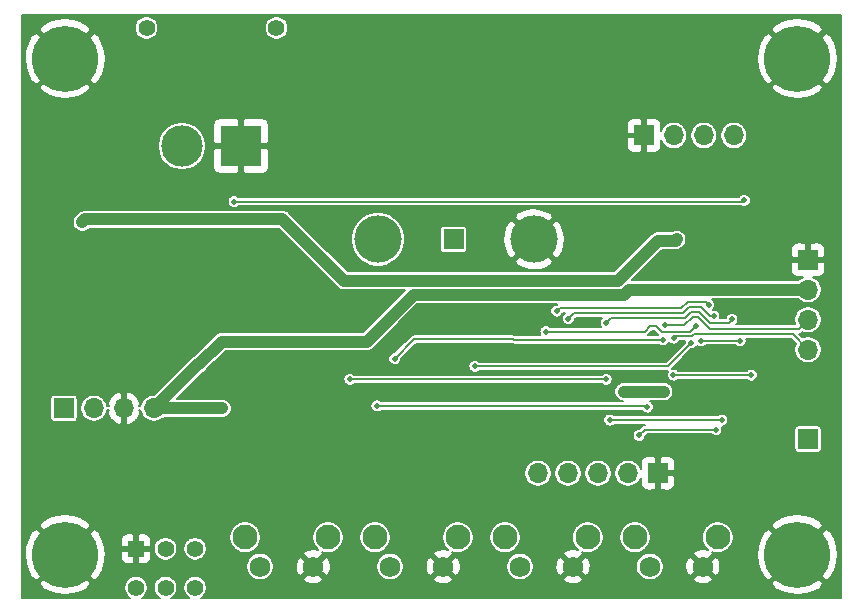
<source format=gbl>
G04 #@! TF.GenerationSoftware,KiCad,Pcbnew,5.1.10*
G04 #@! TF.CreationDate,2021-08-08T14:06:15+01:00*
G04 #@! TF.ProjectId,JBC controller,4a424320-636f-46e7-9472-6f6c6c65722e,rev?*
G04 #@! TF.SameCoordinates,Original*
G04 #@! TF.FileFunction,Copper,L2,Bot*
G04 #@! TF.FilePolarity,Positive*
%FSLAX46Y46*%
G04 Gerber Fmt 4.6, Leading zero omitted, Abs format (unit mm)*
G04 Created by KiCad (PCBNEW 5.1.10) date 2021-08-08 14:06:15*
%MOMM*%
%LPD*%
G01*
G04 APERTURE LIST*
G04 #@! TA.AperFunction,ComponentPad*
%ADD10C,1.400000*%
G04 #@! TD*
G04 #@! TA.AperFunction,ComponentPad*
%ADD11R,1.400000X1.400000*%
G04 #@! TD*
G04 #@! TA.AperFunction,ComponentPad*
%ADD12R,1.700000X1.700000*%
G04 #@! TD*
G04 #@! TA.AperFunction,ComponentPad*
%ADD13O,1.700000X1.700000*%
G04 #@! TD*
G04 #@! TA.AperFunction,ComponentPad*
%ADD14C,5.600000*%
G04 #@! TD*
G04 #@! TA.AperFunction,ComponentPad*
%ADD15C,2.100000*%
G04 #@! TD*
G04 #@! TA.AperFunction,ComponentPad*
%ADD16C,1.750000*%
G04 #@! TD*
G04 #@! TA.AperFunction,ComponentPad*
%ADD17C,4.000000*%
G04 #@! TD*
G04 #@! TA.AperFunction,ComponentPad*
%ADD18R,3.500000X3.500000*%
G04 #@! TD*
G04 #@! TA.AperFunction,ComponentPad*
%ADD19C,3.500000*%
G04 #@! TD*
G04 #@! TA.AperFunction,ViaPad*
%ADD20C,0.700000*%
G04 #@! TD*
G04 #@! TA.AperFunction,ViaPad*
%ADD21C,0.500000*%
G04 #@! TD*
G04 #@! TA.AperFunction,Conductor*
%ADD22C,1.000000*%
G04 #@! TD*
G04 #@! TA.AperFunction,Conductor*
%ADD23C,0.200000*%
G04 #@! TD*
G04 #@! TA.AperFunction,Conductor*
%ADD24C,0.100000*%
G04 #@! TD*
G04 APERTURE END LIST*
D10*
X98000000Y-122800000D03*
X95500000Y-122800000D03*
X93000000Y-122800000D03*
X98000000Y-119500000D03*
X95500000Y-119500000D03*
D11*
X93000000Y-119500000D03*
D12*
X86900000Y-107600000D03*
D13*
X89440000Y-107600000D03*
X91980000Y-107600000D03*
X94520000Y-107600000D03*
D14*
X87000000Y-78000000D03*
X149000000Y-78000000D03*
X149000000Y-120000000D03*
X87000000Y-120000000D03*
D15*
X120250000Y-118510000D03*
D16*
X119000000Y-121000000D03*
X114500000Y-121000000D03*
D15*
X113240000Y-118510000D03*
X142250000Y-118510000D03*
D16*
X141000000Y-121000000D03*
X136500000Y-121000000D03*
D15*
X135240000Y-118510000D03*
X131250000Y-118510000D03*
D16*
X130000000Y-121000000D03*
X125500000Y-121000000D03*
D15*
X124240000Y-118510000D03*
X109250000Y-118510000D03*
D16*
X108000000Y-121000000D03*
X103500000Y-121000000D03*
D15*
X102240000Y-118510000D03*
D12*
X136000000Y-84500000D03*
D13*
X138540000Y-84500000D03*
X141080000Y-84500000D03*
X143620000Y-84500000D03*
X149900000Y-102640000D03*
X149900000Y-100100000D03*
X149900000Y-97560000D03*
D12*
X149900000Y-95020000D03*
D17*
X126700000Y-93300000D03*
X113500000Y-93300000D03*
D10*
X104890000Y-75400000D03*
X93890000Y-75400000D03*
D18*
X101890000Y-85400000D03*
D19*
X96890000Y-85400000D03*
D12*
X119900000Y-93300000D03*
X137200000Y-113100000D03*
D13*
X134660000Y-113100000D03*
X132120000Y-113100000D03*
X129580000Y-113100000D03*
X127040000Y-113100000D03*
D12*
X149900000Y-110200000D03*
D20*
X101600000Y-91600000D03*
X122600000Y-96800000D03*
X138800000Y-93300000D03*
X133800000Y-96800000D03*
X134300000Y-106200000D03*
X137700000Y-106200000D03*
X88450000Y-91850000D03*
D21*
X124700000Y-102300000D03*
X125400000Y-106400000D03*
X109400000Y-97400000D03*
X109400000Y-98300000D03*
X109400000Y-99200000D03*
X109400000Y-100100000D03*
X109400000Y-101000000D03*
X99600000Y-97000000D03*
X102300000Y-95200000D03*
X99600000Y-100400000D03*
X136800000Y-101200000D03*
X142800000Y-95000000D03*
X141400000Y-107800000D03*
X95600000Y-113400000D03*
X94300000Y-104200000D03*
X85400000Y-99100000D03*
X109400000Y-109600000D03*
X116200000Y-106300000D03*
X117500000Y-100300000D03*
X121700000Y-104050010D03*
X140015025Y-102050021D03*
D20*
X100300000Y-107600000D03*
D21*
X145100000Y-104800000D03*
X138500000Y-104800000D03*
X138520000Y-101650010D03*
X137763797Y-100549990D03*
X132800000Y-100400000D03*
X111100000Y-105150010D03*
X132800000Y-105150010D03*
X143450000Y-100070000D03*
X136300000Y-107500000D03*
X113400000Y-107400000D03*
X137600000Y-101800000D03*
X114900000Y-103400000D03*
X127700000Y-101100000D03*
X140400000Y-100600000D03*
X144500000Y-90000000D03*
X144150000Y-101880000D03*
X140860000Y-101900008D03*
X101300000Y-90100000D03*
X142100000Y-109400000D03*
X135600000Y-109900000D03*
X142600000Y-108600000D03*
X133100000Y-108600000D03*
X141924415Y-99799980D03*
X129600000Y-100000000D03*
X128620000Y-99380000D03*
X141474980Y-98838251D03*
D22*
X101600000Y-91600000D02*
X105400000Y-91600000D01*
X105400000Y-91600000D02*
X110600000Y-96800000D01*
X110600000Y-96800000D02*
X122600000Y-96800000D01*
X122600000Y-96800000D02*
X133800000Y-96800000D01*
X134300000Y-106200000D02*
X137700000Y-106200000D01*
X137199989Y-93400011D02*
X138699989Y-93400011D01*
X138699989Y-93400011D02*
X138800000Y-93300000D01*
X133800000Y-96800000D02*
X137199989Y-93400011D01*
X88700000Y-91600000D02*
X88450000Y-91850000D01*
X101600000Y-91600000D02*
X88700000Y-91600000D01*
D23*
X138015036Y-104050010D02*
X140015025Y-102050021D01*
X121700000Y-104050010D02*
X138015036Y-104050010D01*
D22*
X134297060Y-98000010D02*
X116499990Y-98000010D01*
X134737070Y-97560000D02*
X134297060Y-98000010D01*
X149900000Y-97560000D02*
X134737070Y-97560000D01*
X116499990Y-98000010D02*
X112549999Y-101950001D01*
X98269999Y-103850001D02*
X94520000Y-107600000D01*
X98269999Y-103850001D02*
X98349999Y-103850001D01*
X100249999Y-101950001D02*
X112549999Y-101950001D01*
X98349999Y-103850001D02*
X100249999Y-101950001D01*
X94520000Y-107600000D02*
X100300000Y-107600000D01*
D23*
X145100000Y-104800000D02*
X138500000Y-104800000D01*
X148589999Y-101329999D02*
X140235701Y-101329999D01*
X138669999Y-101500011D02*
X138520000Y-101650010D01*
X140235701Y-101329999D02*
X140065689Y-101500011D01*
X140065689Y-101500011D02*
X138669999Y-101500011D01*
X149900000Y-102640000D02*
X148589999Y-101329999D01*
X141591325Y-100900000D02*
X140541323Y-99849998D01*
X149100000Y-100900000D02*
X141591325Y-100900000D01*
X140135998Y-99849998D02*
X139436006Y-100549990D01*
X140541323Y-99849998D02*
X140135998Y-99849998D01*
X149900000Y-100100000D02*
X149100000Y-100900000D01*
X139436006Y-100549990D02*
X137763797Y-100549990D01*
X111453553Y-105150010D02*
X132800000Y-105150010D01*
X111100000Y-105150010D02*
X111453553Y-105150010D01*
X139970309Y-99449987D02*
X140707012Y-99449987D01*
X143170010Y-100349990D02*
X143450000Y-100070000D01*
X140707012Y-99449987D02*
X141607015Y-100349990D01*
X141607015Y-100349990D02*
X143170010Y-100349990D01*
X132800000Y-100400000D02*
X133250024Y-99949976D01*
X139470320Y-99949976D02*
X139970309Y-99449987D01*
X133250024Y-99949976D02*
X139470320Y-99949976D01*
X136200000Y-107400000D02*
X136300000Y-107500000D01*
X113400000Y-107400000D02*
X136200000Y-107400000D01*
X125014002Y-101800000D02*
X137600000Y-101800000D01*
X124964001Y-101749999D02*
X125014002Y-101800000D01*
X116550001Y-101749999D02*
X124964001Y-101749999D01*
X116550001Y-101749999D02*
X114900000Y-103400000D01*
X139900000Y-101100000D02*
X140400000Y-100600000D01*
X136535999Y-100649999D02*
X137064001Y-100649999D01*
X136085998Y-101100000D02*
X136535999Y-100649999D01*
X127700000Y-101100000D02*
X136085998Y-101100000D01*
X137064001Y-100649999D02*
X137514002Y-101100000D01*
X137514002Y-101100000D02*
X139900000Y-101100000D01*
X131200000Y-90100000D02*
X144400000Y-90100000D01*
X144400000Y-90100000D02*
X144500000Y-90000000D01*
X140880008Y-101880000D02*
X140860000Y-101900008D01*
X144150000Y-101880000D02*
X140880008Y-101880000D01*
X101300000Y-90100000D02*
X131200000Y-90100000D01*
X136700000Y-109400000D02*
X142100000Y-109400000D01*
X136100000Y-109400000D02*
X136700000Y-109400000D01*
X135600000Y-109900000D02*
X136100000Y-109400000D01*
X134200000Y-108600000D02*
X133100000Y-108600000D01*
X142600000Y-108600000D02*
X134200000Y-108600000D01*
X141622705Y-99799980D02*
X141924415Y-99799980D01*
X140872701Y-99049976D02*
X141622705Y-99799980D01*
X129600000Y-100000000D02*
X130050035Y-99549965D01*
X139304631Y-99549965D02*
X139804620Y-99049976D01*
X130050035Y-99549965D02*
X139304631Y-99549965D01*
X139804620Y-99049976D02*
X140872701Y-99049976D01*
X139700644Y-98588252D02*
X141224981Y-98588252D01*
X128620000Y-99380000D02*
X128869999Y-99130001D01*
X141224981Y-98588252D02*
X141474980Y-98838251D01*
X128869999Y-99130001D02*
X139158895Y-99130001D01*
X139158895Y-99130001D02*
X139700644Y-98588252D01*
X152675001Y-123675000D02*
X98490423Y-123675000D01*
X98637463Y-123576751D01*
X98776751Y-123437463D01*
X98886189Y-123273678D01*
X98961571Y-123091689D01*
X99000000Y-122898491D01*
X99000000Y-122701509D01*
X98961571Y-122508311D01*
X98886189Y-122326322D01*
X98776751Y-122162537D01*
X98637463Y-122023249D01*
X98473678Y-121913811D01*
X98291689Y-121838429D01*
X98098491Y-121800000D01*
X97901509Y-121800000D01*
X97708311Y-121838429D01*
X97526322Y-121913811D01*
X97362537Y-122023249D01*
X97223249Y-122162537D01*
X97113811Y-122326322D01*
X97038429Y-122508311D01*
X97000000Y-122701509D01*
X97000000Y-122898491D01*
X97038429Y-123091689D01*
X97113811Y-123273678D01*
X97223249Y-123437463D01*
X97362537Y-123576751D01*
X97509577Y-123675000D01*
X95990423Y-123675000D01*
X96137463Y-123576751D01*
X96276751Y-123437463D01*
X96386189Y-123273678D01*
X96461571Y-123091689D01*
X96500000Y-122898491D01*
X96500000Y-122701509D01*
X96461571Y-122508311D01*
X96386189Y-122326322D01*
X96276751Y-122162537D01*
X96137463Y-122023249D01*
X95973678Y-121913811D01*
X95791689Y-121838429D01*
X95598491Y-121800000D01*
X95401509Y-121800000D01*
X95208311Y-121838429D01*
X95026322Y-121913811D01*
X94862537Y-122023249D01*
X94723249Y-122162537D01*
X94613811Y-122326322D01*
X94538429Y-122508311D01*
X94500000Y-122701509D01*
X94500000Y-122898491D01*
X94538429Y-123091689D01*
X94613811Y-123273678D01*
X94723249Y-123437463D01*
X94862537Y-123576751D01*
X95009577Y-123675000D01*
X93490423Y-123675000D01*
X93637463Y-123576751D01*
X93776751Y-123437463D01*
X93886189Y-123273678D01*
X93961571Y-123091689D01*
X94000000Y-122898491D01*
X94000000Y-122701509D01*
X93961571Y-122508311D01*
X93886189Y-122326322D01*
X93776751Y-122162537D01*
X93637463Y-122023249D01*
X93473678Y-121913811D01*
X93291689Y-121838429D01*
X93098491Y-121800000D01*
X92901509Y-121800000D01*
X92708311Y-121838429D01*
X92526322Y-121913811D01*
X92362537Y-122023249D01*
X92223249Y-122162537D01*
X92113811Y-122326322D01*
X92038429Y-122508311D01*
X92000000Y-122701509D01*
X92000000Y-122898491D01*
X92038429Y-123091689D01*
X92113811Y-123273678D01*
X92223249Y-123437463D01*
X92362537Y-123576751D01*
X92509577Y-123675000D01*
X83325000Y-123675000D01*
X83325000Y-122420330D01*
X84797459Y-122420330D01*
X85113759Y-122858187D01*
X85707608Y-123171255D01*
X86351123Y-123362453D01*
X87019573Y-123424435D01*
X87687270Y-123354817D01*
X88328557Y-123156275D01*
X88886241Y-122858187D01*
X89202541Y-122420330D01*
X87000000Y-120217789D01*
X84797459Y-122420330D01*
X83325000Y-122420330D01*
X83325000Y-120019573D01*
X83575565Y-120019573D01*
X83645183Y-120687270D01*
X83843725Y-121328557D01*
X84141813Y-121886241D01*
X84579670Y-122202541D01*
X86782211Y-120000000D01*
X87217789Y-120000000D01*
X89420330Y-122202541D01*
X89858187Y-121886241D01*
X90171255Y-121292392D01*
X90292513Y-120884273D01*
X102325000Y-120884273D01*
X102325000Y-121115727D01*
X102370155Y-121342735D01*
X102458729Y-121556571D01*
X102587318Y-121749019D01*
X102750981Y-121912682D01*
X102943429Y-122041271D01*
X103157265Y-122129845D01*
X103384273Y-122175000D01*
X103615727Y-122175000D01*
X103842735Y-122129845D01*
X104038295Y-122048841D01*
X107168948Y-122048841D01*
X107253375Y-122289642D01*
X107519317Y-122410521D01*
X107803732Y-122477195D01*
X108095690Y-122487101D01*
X108383970Y-122439859D01*
X108657495Y-122337283D01*
X108746625Y-122289642D01*
X108831052Y-122048841D01*
X108000000Y-121217789D01*
X107168948Y-122048841D01*
X104038295Y-122048841D01*
X104056571Y-122041271D01*
X104249019Y-121912682D01*
X104412682Y-121749019D01*
X104541271Y-121556571D01*
X104629845Y-121342735D01*
X104675000Y-121115727D01*
X104675000Y-121095690D01*
X106512899Y-121095690D01*
X106560141Y-121383970D01*
X106662717Y-121657495D01*
X106710358Y-121746625D01*
X106951159Y-121831052D01*
X107782211Y-121000000D01*
X108217789Y-121000000D01*
X109048841Y-121831052D01*
X109289642Y-121746625D01*
X109410521Y-121480683D01*
X109477195Y-121196268D01*
X109487101Y-120904310D01*
X109483818Y-120884273D01*
X113325000Y-120884273D01*
X113325000Y-121115727D01*
X113370155Y-121342735D01*
X113458729Y-121556571D01*
X113587318Y-121749019D01*
X113750981Y-121912682D01*
X113943429Y-122041271D01*
X114157265Y-122129845D01*
X114384273Y-122175000D01*
X114615727Y-122175000D01*
X114842735Y-122129845D01*
X115038295Y-122048841D01*
X118168948Y-122048841D01*
X118253375Y-122289642D01*
X118519317Y-122410521D01*
X118803732Y-122477195D01*
X119095690Y-122487101D01*
X119383970Y-122439859D01*
X119657495Y-122337283D01*
X119746625Y-122289642D01*
X119831052Y-122048841D01*
X119000000Y-121217789D01*
X118168948Y-122048841D01*
X115038295Y-122048841D01*
X115056571Y-122041271D01*
X115249019Y-121912682D01*
X115412682Y-121749019D01*
X115541271Y-121556571D01*
X115629845Y-121342735D01*
X115675000Y-121115727D01*
X115675000Y-121095690D01*
X117512899Y-121095690D01*
X117560141Y-121383970D01*
X117662717Y-121657495D01*
X117710358Y-121746625D01*
X117951159Y-121831052D01*
X118782211Y-121000000D01*
X119217789Y-121000000D01*
X120048841Y-121831052D01*
X120289642Y-121746625D01*
X120410521Y-121480683D01*
X120477195Y-121196268D01*
X120487101Y-120904310D01*
X120483818Y-120884273D01*
X124325000Y-120884273D01*
X124325000Y-121115727D01*
X124370155Y-121342735D01*
X124458729Y-121556571D01*
X124587318Y-121749019D01*
X124750981Y-121912682D01*
X124943429Y-122041271D01*
X125157265Y-122129845D01*
X125384273Y-122175000D01*
X125615727Y-122175000D01*
X125842735Y-122129845D01*
X126038295Y-122048841D01*
X129168948Y-122048841D01*
X129253375Y-122289642D01*
X129519317Y-122410521D01*
X129803732Y-122477195D01*
X130095690Y-122487101D01*
X130383970Y-122439859D01*
X130657495Y-122337283D01*
X130746625Y-122289642D01*
X130831052Y-122048841D01*
X130000000Y-121217789D01*
X129168948Y-122048841D01*
X126038295Y-122048841D01*
X126056571Y-122041271D01*
X126249019Y-121912682D01*
X126412682Y-121749019D01*
X126541271Y-121556571D01*
X126629845Y-121342735D01*
X126675000Y-121115727D01*
X126675000Y-121095690D01*
X128512899Y-121095690D01*
X128560141Y-121383970D01*
X128662717Y-121657495D01*
X128710358Y-121746625D01*
X128951159Y-121831052D01*
X129782211Y-121000000D01*
X130217789Y-121000000D01*
X131048841Y-121831052D01*
X131289642Y-121746625D01*
X131410521Y-121480683D01*
X131477195Y-121196268D01*
X131487101Y-120904310D01*
X131483818Y-120884273D01*
X135325000Y-120884273D01*
X135325000Y-121115727D01*
X135370155Y-121342735D01*
X135458729Y-121556571D01*
X135587318Y-121749019D01*
X135750981Y-121912682D01*
X135943429Y-122041271D01*
X136157265Y-122129845D01*
X136384273Y-122175000D01*
X136615727Y-122175000D01*
X136842735Y-122129845D01*
X137038295Y-122048841D01*
X140168948Y-122048841D01*
X140253375Y-122289642D01*
X140519317Y-122410521D01*
X140803732Y-122477195D01*
X141095690Y-122487101D01*
X141383970Y-122439859D01*
X141436045Y-122420330D01*
X146797459Y-122420330D01*
X147113759Y-122858187D01*
X147707608Y-123171255D01*
X148351123Y-123362453D01*
X149019573Y-123424435D01*
X149687270Y-123354817D01*
X150328557Y-123156275D01*
X150886241Y-122858187D01*
X151202541Y-122420330D01*
X149000000Y-120217789D01*
X146797459Y-122420330D01*
X141436045Y-122420330D01*
X141657495Y-122337283D01*
X141746625Y-122289642D01*
X141831052Y-122048841D01*
X141000000Y-121217789D01*
X140168948Y-122048841D01*
X137038295Y-122048841D01*
X137056571Y-122041271D01*
X137249019Y-121912682D01*
X137412682Y-121749019D01*
X137541271Y-121556571D01*
X137629845Y-121342735D01*
X137675000Y-121115727D01*
X137675000Y-121095690D01*
X139512899Y-121095690D01*
X139560141Y-121383970D01*
X139662717Y-121657495D01*
X139710358Y-121746625D01*
X139951159Y-121831052D01*
X140782211Y-121000000D01*
X141217789Y-121000000D01*
X142048841Y-121831052D01*
X142289642Y-121746625D01*
X142410521Y-121480683D01*
X142477195Y-121196268D01*
X142487101Y-120904310D01*
X142439859Y-120616030D01*
X142337283Y-120342505D01*
X142289642Y-120253375D01*
X142048841Y-120168948D01*
X141217789Y-121000000D01*
X140782211Y-121000000D01*
X139951159Y-120168948D01*
X139710358Y-120253375D01*
X139589479Y-120519317D01*
X139522805Y-120803732D01*
X139512899Y-121095690D01*
X137675000Y-121095690D01*
X137675000Y-120884273D01*
X137629845Y-120657265D01*
X137541271Y-120443429D01*
X137412682Y-120250981D01*
X137249019Y-120087318D01*
X137056571Y-119958729D01*
X137038296Y-119951159D01*
X140168948Y-119951159D01*
X141000000Y-120782211D01*
X141762638Y-120019573D01*
X145575565Y-120019573D01*
X145645183Y-120687270D01*
X145843725Y-121328557D01*
X146141813Y-121886241D01*
X146579670Y-122202541D01*
X148782211Y-120000000D01*
X149217789Y-120000000D01*
X151420330Y-122202541D01*
X151858187Y-121886241D01*
X152171255Y-121292392D01*
X152362453Y-120648877D01*
X152424435Y-119980427D01*
X152354817Y-119312730D01*
X152156275Y-118671443D01*
X151858187Y-118113759D01*
X151420330Y-117797459D01*
X149217789Y-120000000D01*
X148782211Y-120000000D01*
X146579670Y-117797459D01*
X146141813Y-118113759D01*
X145828745Y-118707608D01*
X145637547Y-119351123D01*
X145575565Y-120019573D01*
X141762638Y-120019573D01*
X141831052Y-119951159D01*
X141768104Y-119771621D01*
X141856220Y-119808120D01*
X142117037Y-119860000D01*
X142382963Y-119860000D01*
X142643780Y-119808120D01*
X142889465Y-119706354D01*
X143110575Y-119558613D01*
X143298613Y-119370575D01*
X143446354Y-119149465D01*
X143548120Y-118903780D01*
X143600000Y-118642963D01*
X143600000Y-118377037D01*
X143548120Y-118116220D01*
X143446354Y-117870535D01*
X143298613Y-117649425D01*
X143228858Y-117579670D01*
X146797459Y-117579670D01*
X149000000Y-119782211D01*
X151202541Y-117579670D01*
X150886241Y-117141813D01*
X150292392Y-116828745D01*
X149648877Y-116637547D01*
X148980427Y-116575565D01*
X148312730Y-116645183D01*
X147671443Y-116843725D01*
X147113759Y-117141813D01*
X146797459Y-117579670D01*
X143228858Y-117579670D01*
X143110575Y-117461387D01*
X142889465Y-117313646D01*
X142643780Y-117211880D01*
X142382963Y-117160000D01*
X142117037Y-117160000D01*
X141856220Y-117211880D01*
X141610535Y-117313646D01*
X141389425Y-117461387D01*
X141201387Y-117649425D01*
X141053646Y-117870535D01*
X140951880Y-118116220D01*
X140900000Y-118377037D01*
X140900000Y-118642963D01*
X140951880Y-118903780D01*
X141053646Y-119149465D01*
X141201387Y-119370575D01*
X141389425Y-119558613D01*
X141411264Y-119573205D01*
X141196268Y-119522805D01*
X140904310Y-119512899D01*
X140616030Y-119560141D01*
X140342505Y-119662717D01*
X140253375Y-119710358D01*
X140168948Y-119951159D01*
X137038296Y-119951159D01*
X136842735Y-119870155D01*
X136615727Y-119825000D01*
X136384273Y-119825000D01*
X136157265Y-119870155D01*
X135943429Y-119958729D01*
X135750981Y-120087318D01*
X135587318Y-120250981D01*
X135458729Y-120443429D01*
X135370155Y-120657265D01*
X135325000Y-120884273D01*
X131483818Y-120884273D01*
X131439859Y-120616030D01*
X131337283Y-120342505D01*
X131289642Y-120253375D01*
X131048841Y-120168948D01*
X130217789Y-121000000D01*
X129782211Y-121000000D01*
X128951159Y-120168948D01*
X128710358Y-120253375D01*
X128589479Y-120519317D01*
X128522805Y-120803732D01*
X128512899Y-121095690D01*
X126675000Y-121095690D01*
X126675000Y-120884273D01*
X126629845Y-120657265D01*
X126541271Y-120443429D01*
X126412682Y-120250981D01*
X126249019Y-120087318D01*
X126056571Y-119958729D01*
X126038296Y-119951159D01*
X129168948Y-119951159D01*
X130000000Y-120782211D01*
X130831052Y-119951159D01*
X130768104Y-119771621D01*
X130856220Y-119808120D01*
X131117037Y-119860000D01*
X131382963Y-119860000D01*
X131643780Y-119808120D01*
X131889465Y-119706354D01*
X132110575Y-119558613D01*
X132298613Y-119370575D01*
X132446354Y-119149465D01*
X132548120Y-118903780D01*
X132600000Y-118642963D01*
X132600000Y-118377037D01*
X133890000Y-118377037D01*
X133890000Y-118642963D01*
X133941880Y-118903780D01*
X134043646Y-119149465D01*
X134191387Y-119370575D01*
X134379425Y-119558613D01*
X134600535Y-119706354D01*
X134846220Y-119808120D01*
X135107037Y-119860000D01*
X135372963Y-119860000D01*
X135633780Y-119808120D01*
X135879465Y-119706354D01*
X136100575Y-119558613D01*
X136288613Y-119370575D01*
X136436354Y-119149465D01*
X136538120Y-118903780D01*
X136590000Y-118642963D01*
X136590000Y-118377037D01*
X136538120Y-118116220D01*
X136436354Y-117870535D01*
X136288613Y-117649425D01*
X136100575Y-117461387D01*
X135879465Y-117313646D01*
X135633780Y-117211880D01*
X135372963Y-117160000D01*
X135107037Y-117160000D01*
X134846220Y-117211880D01*
X134600535Y-117313646D01*
X134379425Y-117461387D01*
X134191387Y-117649425D01*
X134043646Y-117870535D01*
X133941880Y-118116220D01*
X133890000Y-118377037D01*
X132600000Y-118377037D01*
X132548120Y-118116220D01*
X132446354Y-117870535D01*
X132298613Y-117649425D01*
X132110575Y-117461387D01*
X131889465Y-117313646D01*
X131643780Y-117211880D01*
X131382963Y-117160000D01*
X131117037Y-117160000D01*
X130856220Y-117211880D01*
X130610535Y-117313646D01*
X130389425Y-117461387D01*
X130201387Y-117649425D01*
X130053646Y-117870535D01*
X129951880Y-118116220D01*
X129900000Y-118377037D01*
X129900000Y-118642963D01*
X129951880Y-118903780D01*
X130053646Y-119149465D01*
X130201387Y-119370575D01*
X130389425Y-119558613D01*
X130411264Y-119573205D01*
X130196268Y-119522805D01*
X129904310Y-119512899D01*
X129616030Y-119560141D01*
X129342505Y-119662717D01*
X129253375Y-119710358D01*
X129168948Y-119951159D01*
X126038296Y-119951159D01*
X125842735Y-119870155D01*
X125615727Y-119825000D01*
X125384273Y-119825000D01*
X125157265Y-119870155D01*
X124943429Y-119958729D01*
X124750981Y-120087318D01*
X124587318Y-120250981D01*
X124458729Y-120443429D01*
X124370155Y-120657265D01*
X124325000Y-120884273D01*
X120483818Y-120884273D01*
X120439859Y-120616030D01*
X120337283Y-120342505D01*
X120289642Y-120253375D01*
X120048841Y-120168948D01*
X119217789Y-121000000D01*
X118782211Y-121000000D01*
X117951159Y-120168948D01*
X117710358Y-120253375D01*
X117589479Y-120519317D01*
X117522805Y-120803732D01*
X117512899Y-121095690D01*
X115675000Y-121095690D01*
X115675000Y-120884273D01*
X115629845Y-120657265D01*
X115541271Y-120443429D01*
X115412682Y-120250981D01*
X115249019Y-120087318D01*
X115056571Y-119958729D01*
X115038296Y-119951159D01*
X118168948Y-119951159D01*
X119000000Y-120782211D01*
X119831052Y-119951159D01*
X119768104Y-119771621D01*
X119856220Y-119808120D01*
X120117037Y-119860000D01*
X120382963Y-119860000D01*
X120643780Y-119808120D01*
X120889465Y-119706354D01*
X121110575Y-119558613D01*
X121298613Y-119370575D01*
X121446354Y-119149465D01*
X121548120Y-118903780D01*
X121600000Y-118642963D01*
X121600000Y-118377037D01*
X122890000Y-118377037D01*
X122890000Y-118642963D01*
X122941880Y-118903780D01*
X123043646Y-119149465D01*
X123191387Y-119370575D01*
X123379425Y-119558613D01*
X123600535Y-119706354D01*
X123846220Y-119808120D01*
X124107037Y-119860000D01*
X124372963Y-119860000D01*
X124633780Y-119808120D01*
X124879465Y-119706354D01*
X125100575Y-119558613D01*
X125288613Y-119370575D01*
X125436354Y-119149465D01*
X125538120Y-118903780D01*
X125590000Y-118642963D01*
X125590000Y-118377037D01*
X125538120Y-118116220D01*
X125436354Y-117870535D01*
X125288613Y-117649425D01*
X125100575Y-117461387D01*
X124879465Y-117313646D01*
X124633780Y-117211880D01*
X124372963Y-117160000D01*
X124107037Y-117160000D01*
X123846220Y-117211880D01*
X123600535Y-117313646D01*
X123379425Y-117461387D01*
X123191387Y-117649425D01*
X123043646Y-117870535D01*
X122941880Y-118116220D01*
X122890000Y-118377037D01*
X121600000Y-118377037D01*
X121548120Y-118116220D01*
X121446354Y-117870535D01*
X121298613Y-117649425D01*
X121110575Y-117461387D01*
X120889465Y-117313646D01*
X120643780Y-117211880D01*
X120382963Y-117160000D01*
X120117037Y-117160000D01*
X119856220Y-117211880D01*
X119610535Y-117313646D01*
X119389425Y-117461387D01*
X119201387Y-117649425D01*
X119053646Y-117870535D01*
X118951880Y-118116220D01*
X118900000Y-118377037D01*
X118900000Y-118642963D01*
X118951880Y-118903780D01*
X119053646Y-119149465D01*
X119201387Y-119370575D01*
X119389425Y-119558613D01*
X119411264Y-119573205D01*
X119196268Y-119522805D01*
X118904310Y-119512899D01*
X118616030Y-119560141D01*
X118342505Y-119662717D01*
X118253375Y-119710358D01*
X118168948Y-119951159D01*
X115038296Y-119951159D01*
X114842735Y-119870155D01*
X114615727Y-119825000D01*
X114384273Y-119825000D01*
X114157265Y-119870155D01*
X113943429Y-119958729D01*
X113750981Y-120087318D01*
X113587318Y-120250981D01*
X113458729Y-120443429D01*
X113370155Y-120657265D01*
X113325000Y-120884273D01*
X109483818Y-120884273D01*
X109439859Y-120616030D01*
X109337283Y-120342505D01*
X109289642Y-120253375D01*
X109048841Y-120168948D01*
X108217789Y-121000000D01*
X107782211Y-121000000D01*
X106951159Y-120168948D01*
X106710358Y-120253375D01*
X106589479Y-120519317D01*
X106522805Y-120803732D01*
X106512899Y-121095690D01*
X104675000Y-121095690D01*
X104675000Y-120884273D01*
X104629845Y-120657265D01*
X104541271Y-120443429D01*
X104412682Y-120250981D01*
X104249019Y-120087318D01*
X104056571Y-119958729D01*
X104038296Y-119951159D01*
X107168948Y-119951159D01*
X108000000Y-120782211D01*
X108831052Y-119951159D01*
X108768104Y-119771621D01*
X108856220Y-119808120D01*
X109117037Y-119860000D01*
X109382963Y-119860000D01*
X109643780Y-119808120D01*
X109889465Y-119706354D01*
X110110575Y-119558613D01*
X110298613Y-119370575D01*
X110446354Y-119149465D01*
X110548120Y-118903780D01*
X110600000Y-118642963D01*
X110600000Y-118377037D01*
X111890000Y-118377037D01*
X111890000Y-118642963D01*
X111941880Y-118903780D01*
X112043646Y-119149465D01*
X112191387Y-119370575D01*
X112379425Y-119558613D01*
X112600535Y-119706354D01*
X112846220Y-119808120D01*
X113107037Y-119860000D01*
X113372963Y-119860000D01*
X113633780Y-119808120D01*
X113879465Y-119706354D01*
X114100575Y-119558613D01*
X114288613Y-119370575D01*
X114436354Y-119149465D01*
X114538120Y-118903780D01*
X114590000Y-118642963D01*
X114590000Y-118377037D01*
X114538120Y-118116220D01*
X114436354Y-117870535D01*
X114288613Y-117649425D01*
X114100575Y-117461387D01*
X113879465Y-117313646D01*
X113633780Y-117211880D01*
X113372963Y-117160000D01*
X113107037Y-117160000D01*
X112846220Y-117211880D01*
X112600535Y-117313646D01*
X112379425Y-117461387D01*
X112191387Y-117649425D01*
X112043646Y-117870535D01*
X111941880Y-118116220D01*
X111890000Y-118377037D01*
X110600000Y-118377037D01*
X110548120Y-118116220D01*
X110446354Y-117870535D01*
X110298613Y-117649425D01*
X110110575Y-117461387D01*
X109889465Y-117313646D01*
X109643780Y-117211880D01*
X109382963Y-117160000D01*
X109117037Y-117160000D01*
X108856220Y-117211880D01*
X108610535Y-117313646D01*
X108389425Y-117461387D01*
X108201387Y-117649425D01*
X108053646Y-117870535D01*
X107951880Y-118116220D01*
X107900000Y-118377037D01*
X107900000Y-118642963D01*
X107951880Y-118903780D01*
X108053646Y-119149465D01*
X108201387Y-119370575D01*
X108389425Y-119558613D01*
X108411264Y-119573205D01*
X108196268Y-119522805D01*
X107904310Y-119512899D01*
X107616030Y-119560141D01*
X107342505Y-119662717D01*
X107253375Y-119710358D01*
X107168948Y-119951159D01*
X104038296Y-119951159D01*
X103842735Y-119870155D01*
X103615727Y-119825000D01*
X103384273Y-119825000D01*
X103157265Y-119870155D01*
X102943429Y-119958729D01*
X102750981Y-120087318D01*
X102587318Y-120250981D01*
X102458729Y-120443429D01*
X102370155Y-120657265D01*
X102325000Y-120884273D01*
X90292513Y-120884273D01*
X90362453Y-120648877D01*
X90404075Y-120200000D01*
X91689058Y-120200000D01*
X91700797Y-120319189D01*
X91735563Y-120433797D01*
X91792020Y-120539421D01*
X91867999Y-120632001D01*
X91960579Y-120707980D01*
X92066203Y-120764437D01*
X92180811Y-120799203D01*
X92300000Y-120810942D01*
X92694000Y-120808000D01*
X92846000Y-120656000D01*
X92846000Y-119654000D01*
X93154000Y-119654000D01*
X93154000Y-120656000D01*
X93306000Y-120808000D01*
X93700000Y-120810942D01*
X93819189Y-120799203D01*
X93933797Y-120764437D01*
X94039421Y-120707980D01*
X94132001Y-120632001D01*
X94207980Y-120539421D01*
X94264437Y-120433797D01*
X94299203Y-120319189D01*
X94310942Y-120200000D01*
X94308000Y-119806000D01*
X94156000Y-119654000D01*
X93154000Y-119654000D01*
X92846000Y-119654000D01*
X91844000Y-119654000D01*
X91692000Y-119806000D01*
X91689058Y-120200000D01*
X90404075Y-120200000D01*
X90424435Y-119980427D01*
X90364074Y-119401509D01*
X94500000Y-119401509D01*
X94500000Y-119598491D01*
X94538429Y-119791689D01*
X94613811Y-119973678D01*
X94723249Y-120137463D01*
X94862537Y-120276751D01*
X95026322Y-120386189D01*
X95208311Y-120461571D01*
X95401509Y-120500000D01*
X95598491Y-120500000D01*
X95791689Y-120461571D01*
X95973678Y-120386189D01*
X96137463Y-120276751D01*
X96276751Y-120137463D01*
X96386189Y-119973678D01*
X96461571Y-119791689D01*
X96500000Y-119598491D01*
X96500000Y-119401509D01*
X97000000Y-119401509D01*
X97000000Y-119598491D01*
X97038429Y-119791689D01*
X97113811Y-119973678D01*
X97223249Y-120137463D01*
X97362537Y-120276751D01*
X97526322Y-120386189D01*
X97708311Y-120461571D01*
X97901509Y-120500000D01*
X98098491Y-120500000D01*
X98291689Y-120461571D01*
X98473678Y-120386189D01*
X98637463Y-120276751D01*
X98776751Y-120137463D01*
X98886189Y-119973678D01*
X98961571Y-119791689D01*
X99000000Y-119598491D01*
X99000000Y-119401509D01*
X98961571Y-119208311D01*
X98886189Y-119026322D01*
X98776751Y-118862537D01*
X98637463Y-118723249D01*
X98473678Y-118613811D01*
X98291689Y-118538429D01*
X98098491Y-118500000D01*
X97901509Y-118500000D01*
X97708311Y-118538429D01*
X97526322Y-118613811D01*
X97362537Y-118723249D01*
X97223249Y-118862537D01*
X97113811Y-119026322D01*
X97038429Y-119208311D01*
X97000000Y-119401509D01*
X96500000Y-119401509D01*
X96461571Y-119208311D01*
X96386189Y-119026322D01*
X96276751Y-118862537D01*
X96137463Y-118723249D01*
X95973678Y-118613811D01*
X95791689Y-118538429D01*
X95598491Y-118500000D01*
X95401509Y-118500000D01*
X95208311Y-118538429D01*
X95026322Y-118613811D01*
X94862537Y-118723249D01*
X94723249Y-118862537D01*
X94613811Y-119026322D01*
X94538429Y-119208311D01*
X94500000Y-119401509D01*
X90364074Y-119401509D01*
X90354817Y-119312730D01*
X90196077Y-118800000D01*
X91689058Y-118800000D01*
X91692000Y-119194000D01*
X91844000Y-119346000D01*
X92846000Y-119346000D01*
X92846000Y-118344000D01*
X93154000Y-118344000D01*
X93154000Y-119346000D01*
X94156000Y-119346000D01*
X94308000Y-119194000D01*
X94310942Y-118800000D01*
X94299203Y-118680811D01*
X94264437Y-118566203D01*
X94207980Y-118460579D01*
X94139419Y-118377037D01*
X100890000Y-118377037D01*
X100890000Y-118642963D01*
X100941880Y-118903780D01*
X101043646Y-119149465D01*
X101191387Y-119370575D01*
X101379425Y-119558613D01*
X101600535Y-119706354D01*
X101846220Y-119808120D01*
X102107037Y-119860000D01*
X102372963Y-119860000D01*
X102633780Y-119808120D01*
X102879465Y-119706354D01*
X103100575Y-119558613D01*
X103288613Y-119370575D01*
X103436354Y-119149465D01*
X103538120Y-118903780D01*
X103590000Y-118642963D01*
X103590000Y-118377037D01*
X103538120Y-118116220D01*
X103436354Y-117870535D01*
X103288613Y-117649425D01*
X103100575Y-117461387D01*
X102879465Y-117313646D01*
X102633780Y-117211880D01*
X102372963Y-117160000D01*
X102107037Y-117160000D01*
X101846220Y-117211880D01*
X101600535Y-117313646D01*
X101379425Y-117461387D01*
X101191387Y-117649425D01*
X101043646Y-117870535D01*
X100941880Y-118116220D01*
X100890000Y-118377037D01*
X94139419Y-118377037D01*
X94132001Y-118367999D01*
X94039421Y-118292020D01*
X93933797Y-118235563D01*
X93819189Y-118200797D01*
X93700000Y-118189058D01*
X93306000Y-118192000D01*
X93154000Y-118344000D01*
X92846000Y-118344000D01*
X92694000Y-118192000D01*
X92300000Y-118189058D01*
X92180811Y-118200797D01*
X92066203Y-118235563D01*
X91960579Y-118292020D01*
X91867999Y-118367999D01*
X91792020Y-118460579D01*
X91735563Y-118566203D01*
X91700797Y-118680811D01*
X91689058Y-118800000D01*
X90196077Y-118800000D01*
X90156275Y-118671443D01*
X89858187Y-118113759D01*
X89420330Y-117797459D01*
X87217789Y-120000000D01*
X86782211Y-120000000D01*
X84579670Y-117797459D01*
X84141813Y-118113759D01*
X83828745Y-118707608D01*
X83637547Y-119351123D01*
X83575565Y-120019573D01*
X83325000Y-120019573D01*
X83325000Y-117579670D01*
X84797459Y-117579670D01*
X87000000Y-119782211D01*
X89202541Y-117579670D01*
X88886241Y-117141813D01*
X88292392Y-116828745D01*
X87648877Y-116637547D01*
X86980427Y-116575565D01*
X86312730Y-116645183D01*
X85671443Y-116843725D01*
X85113759Y-117141813D01*
X84797459Y-117579670D01*
X83325000Y-117579670D01*
X83325000Y-112986735D01*
X125890000Y-112986735D01*
X125890000Y-113213265D01*
X125934194Y-113435443D01*
X126020884Y-113644729D01*
X126146737Y-113833082D01*
X126306918Y-113993263D01*
X126495271Y-114119116D01*
X126704557Y-114205806D01*
X126926735Y-114250000D01*
X127153265Y-114250000D01*
X127375443Y-114205806D01*
X127584729Y-114119116D01*
X127773082Y-113993263D01*
X127933263Y-113833082D01*
X128059116Y-113644729D01*
X128145806Y-113435443D01*
X128190000Y-113213265D01*
X128190000Y-112986735D01*
X128430000Y-112986735D01*
X128430000Y-113213265D01*
X128474194Y-113435443D01*
X128560884Y-113644729D01*
X128686737Y-113833082D01*
X128846918Y-113993263D01*
X129035271Y-114119116D01*
X129244557Y-114205806D01*
X129466735Y-114250000D01*
X129693265Y-114250000D01*
X129915443Y-114205806D01*
X130124729Y-114119116D01*
X130313082Y-113993263D01*
X130473263Y-113833082D01*
X130599116Y-113644729D01*
X130685806Y-113435443D01*
X130730000Y-113213265D01*
X130730000Y-112986735D01*
X130970000Y-112986735D01*
X130970000Y-113213265D01*
X131014194Y-113435443D01*
X131100884Y-113644729D01*
X131226737Y-113833082D01*
X131386918Y-113993263D01*
X131575271Y-114119116D01*
X131784557Y-114205806D01*
X132006735Y-114250000D01*
X132233265Y-114250000D01*
X132455443Y-114205806D01*
X132664729Y-114119116D01*
X132853082Y-113993263D01*
X133013263Y-113833082D01*
X133139116Y-113644729D01*
X133225806Y-113435443D01*
X133270000Y-113213265D01*
X133270000Y-112986735D01*
X133510000Y-112986735D01*
X133510000Y-113213265D01*
X133554194Y-113435443D01*
X133640884Y-113644729D01*
X133766737Y-113833082D01*
X133926918Y-113993263D01*
X134115271Y-114119116D01*
X134324557Y-114205806D01*
X134546735Y-114250000D01*
X134773265Y-114250000D01*
X134995443Y-114205806D01*
X135204729Y-114119116D01*
X135393082Y-113993263D01*
X135553263Y-113833082D01*
X135679116Y-113644729D01*
X135741524Y-113494065D01*
X135739058Y-113950000D01*
X135750797Y-114069189D01*
X135785563Y-114183797D01*
X135842020Y-114289421D01*
X135917999Y-114382001D01*
X136010579Y-114457980D01*
X136116203Y-114514437D01*
X136230811Y-114549203D01*
X136350000Y-114560942D01*
X136894000Y-114558000D01*
X137046000Y-114406000D01*
X137046000Y-113254000D01*
X137354000Y-113254000D01*
X137354000Y-114406000D01*
X137506000Y-114558000D01*
X138050000Y-114560942D01*
X138169189Y-114549203D01*
X138283797Y-114514437D01*
X138389421Y-114457980D01*
X138482001Y-114382001D01*
X138557980Y-114289421D01*
X138614437Y-114183797D01*
X138649203Y-114069189D01*
X138660942Y-113950000D01*
X138658000Y-113406000D01*
X138506000Y-113254000D01*
X137354000Y-113254000D01*
X137046000Y-113254000D01*
X137026000Y-113254000D01*
X137026000Y-112946000D01*
X137046000Y-112946000D01*
X137046000Y-111794000D01*
X137354000Y-111794000D01*
X137354000Y-112946000D01*
X138506000Y-112946000D01*
X138658000Y-112794000D01*
X138660942Y-112250000D01*
X138649203Y-112130811D01*
X138614437Y-112016203D01*
X138557980Y-111910579D01*
X138482001Y-111817999D01*
X138389421Y-111742020D01*
X138283797Y-111685563D01*
X138169189Y-111650797D01*
X138050000Y-111639058D01*
X137506000Y-111642000D01*
X137354000Y-111794000D01*
X137046000Y-111794000D01*
X136894000Y-111642000D01*
X136350000Y-111639058D01*
X136230811Y-111650797D01*
X136116203Y-111685563D01*
X136010579Y-111742020D01*
X135917999Y-111817999D01*
X135842020Y-111910579D01*
X135785563Y-112016203D01*
X135750797Y-112130811D01*
X135739058Y-112250000D01*
X135741524Y-112705935D01*
X135679116Y-112555271D01*
X135553263Y-112366918D01*
X135393082Y-112206737D01*
X135204729Y-112080884D01*
X134995443Y-111994194D01*
X134773265Y-111950000D01*
X134546735Y-111950000D01*
X134324557Y-111994194D01*
X134115271Y-112080884D01*
X133926918Y-112206737D01*
X133766737Y-112366918D01*
X133640884Y-112555271D01*
X133554194Y-112764557D01*
X133510000Y-112986735D01*
X133270000Y-112986735D01*
X133225806Y-112764557D01*
X133139116Y-112555271D01*
X133013263Y-112366918D01*
X132853082Y-112206737D01*
X132664729Y-112080884D01*
X132455443Y-111994194D01*
X132233265Y-111950000D01*
X132006735Y-111950000D01*
X131784557Y-111994194D01*
X131575271Y-112080884D01*
X131386918Y-112206737D01*
X131226737Y-112366918D01*
X131100884Y-112555271D01*
X131014194Y-112764557D01*
X130970000Y-112986735D01*
X130730000Y-112986735D01*
X130685806Y-112764557D01*
X130599116Y-112555271D01*
X130473263Y-112366918D01*
X130313082Y-112206737D01*
X130124729Y-112080884D01*
X129915443Y-111994194D01*
X129693265Y-111950000D01*
X129466735Y-111950000D01*
X129244557Y-111994194D01*
X129035271Y-112080884D01*
X128846918Y-112206737D01*
X128686737Y-112366918D01*
X128560884Y-112555271D01*
X128474194Y-112764557D01*
X128430000Y-112986735D01*
X128190000Y-112986735D01*
X128145806Y-112764557D01*
X128059116Y-112555271D01*
X127933263Y-112366918D01*
X127773082Y-112206737D01*
X127584729Y-112080884D01*
X127375443Y-111994194D01*
X127153265Y-111950000D01*
X126926735Y-111950000D01*
X126704557Y-111994194D01*
X126495271Y-112080884D01*
X126306918Y-112206737D01*
X126146737Y-112366918D01*
X126020884Y-112555271D01*
X125934194Y-112764557D01*
X125890000Y-112986735D01*
X83325000Y-112986735D01*
X83325000Y-106750000D01*
X85748549Y-106750000D01*
X85748549Y-108450000D01*
X85754341Y-108508810D01*
X85771496Y-108565360D01*
X85799353Y-108617477D01*
X85836842Y-108663158D01*
X85882523Y-108700647D01*
X85934640Y-108728504D01*
X85991190Y-108745659D01*
X86050000Y-108751451D01*
X87750000Y-108751451D01*
X87808810Y-108745659D01*
X87865360Y-108728504D01*
X87917477Y-108700647D01*
X87963158Y-108663158D01*
X88000647Y-108617477D01*
X88028504Y-108565360D01*
X88045659Y-108508810D01*
X88051451Y-108450000D01*
X88051451Y-107486735D01*
X88290000Y-107486735D01*
X88290000Y-107713265D01*
X88334194Y-107935443D01*
X88420884Y-108144729D01*
X88546737Y-108333082D01*
X88706918Y-108493263D01*
X88895271Y-108619116D01*
X89104557Y-108705806D01*
X89326735Y-108750000D01*
X89553265Y-108750000D01*
X89775443Y-108705806D01*
X89984729Y-108619116D01*
X90173082Y-108493263D01*
X90333263Y-108333082D01*
X90459116Y-108144729D01*
X90545806Y-107935443D01*
X90581897Y-107754002D01*
X90682149Y-107754002D01*
X90572091Y-107978911D01*
X90673065Y-108246300D01*
X90824264Y-108488852D01*
X91019878Y-108697246D01*
X91252389Y-108863473D01*
X91512861Y-108981146D01*
X91601090Y-109007903D01*
X91826000Y-108896889D01*
X91826000Y-107754000D01*
X91806000Y-107754000D01*
X91806000Y-107446000D01*
X91826000Y-107446000D01*
X91826000Y-106303111D01*
X91601090Y-106192097D01*
X91512861Y-106218854D01*
X91252389Y-106336527D01*
X91019878Y-106502754D01*
X90824264Y-106711148D01*
X90673065Y-106953700D01*
X90572091Y-107221089D01*
X90682149Y-107445998D01*
X90581897Y-107445998D01*
X90545806Y-107264557D01*
X90459116Y-107055271D01*
X90333263Y-106866918D01*
X90173082Y-106706737D01*
X89984729Y-106580884D01*
X89775443Y-106494194D01*
X89553265Y-106450000D01*
X89326735Y-106450000D01*
X89104557Y-106494194D01*
X88895271Y-106580884D01*
X88706918Y-106706737D01*
X88546737Y-106866918D01*
X88420884Y-107055271D01*
X88334194Y-107264557D01*
X88290000Y-107486735D01*
X88051451Y-107486735D01*
X88051451Y-106750000D01*
X88045659Y-106691190D01*
X88028504Y-106634640D01*
X88000647Y-106582523D01*
X87963158Y-106536842D01*
X87917477Y-106499353D01*
X87865360Y-106471496D01*
X87808810Y-106454341D01*
X87750000Y-106448549D01*
X86050000Y-106448549D01*
X85991190Y-106454341D01*
X85934640Y-106471496D01*
X85882523Y-106499353D01*
X85836842Y-106536842D01*
X85799353Y-106582523D01*
X85771496Y-106634640D01*
X85754341Y-106691190D01*
X85748549Y-106750000D01*
X83325000Y-106750000D01*
X83325000Y-91850000D01*
X87646130Y-91850000D01*
X87661577Y-92006827D01*
X87707321Y-92157627D01*
X87781607Y-92296606D01*
X87881579Y-92418421D01*
X88003394Y-92518393D01*
X88142373Y-92592679D01*
X88293173Y-92638423D01*
X88450000Y-92653870D01*
X88606827Y-92638423D01*
X88757627Y-92592679D01*
X88896606Y-92518393D01*
X88987901Y-92443469D01*
X89031370Y-92400000D01*
X105068630Y-92400000D01*
X110006531Y-97337902D01*
X110031578Y-97368422D01*
X110062098Y-97393469D01*
X110062099Y-97393470D01*
X110153393Y-97468393D01*
X110292372Y-97542679D01*
X110443173Y-97588424D01*
X110560707Y-97600000D01*
X110560709Y-97600000D01*
X110600000Y-97603870D01*
X110639291Y-97600000D01*
X115768630Y-97600000D01*
X112218629Y-101150001D01*
X100289290Y-101150001D01*
X100249999Y-101146131D01*
X100210708Y-101150001D01*
X100210706Y-101150001D01*
X100093172Y-101161577D01*
X99977272Y-101196735D01*
X99942371Y-101207322D01*
X99803392Y-101281608D01*
X99780982Y-101300000D01*
X99681577Y-101381579D01*
X99656526Y-101412104D01*
X97960087Y-103108543D01*
X97902214Y-103139477D01*
X97823392Y-103181608D01*
X97752764Y-103239571D01*
X97701577Y-103281579D01*
X97676530Y-103312099D01*
X94538630Y-106450000D01*
X94406735Y-106450000D01*
X94184557Y-106494194D01*
X93975271Y-106580884D01*
X93786918Y-106706737D01*
X93626737Y-106866918D01*
X93500884Y-107055271D01*
X93414194Y-107264557D01*
X93378103Y-107445998D01*
X93277851Y-107445998D01*
X93387909Y-107221089D01*
X93286935Y-106953700D01*
X93135736Y-106711148D01*
X92940122Y-106502754D01*
X92707611Y-106336527D01*
X92447139Y-106218854D01*
X92358910Y-106192097D01*
X92134000Y-106303111D01*
X92134000Y-107446000D01*
X92154000Y-107446000D01*
X92154000Y-107754000D01*
X92134000Y-107754000D01*
X92134000Y-108896889D01*
X92358910Y-109007903D01*
X92447139Y-108981146D01*
X92707611Y-108863473D01*
X92940122Y-108697246D01*
X93135736Y-108488852D01*
X93286935Y-108246300D01*
X93387909Y-107978911D01*
X93277851Y-107754002D01*
X93378103Y-107754002D01*
X93414194Y-107935443D01*
X93500884Y-108144729D01*
X93626737Y-108333082D01*
X93786918Y-108493263D01*
X93975271Y-108619116D01*
X94184557Y-108705806D01*
X94406735Y-108750000D01*
X94633265Y-108750000D01*
X94855443Y-108705806D01*
X95064729Y-108619116D01*
X95174409Y-108545830D01*
X132550000Y-108545830D01*
X132550000Y-108654170D01*
X132571136Y-108760429D01*
X132612597Y-108860523D01*
X132672787Y-108950604D01*
X132749396Y-109027213D01*
X132839477Y-109087403D01*
X132939571Y-109128864D01*
X133045830Y-109150000D01*
X133154170Y-109150000D01*
X133260429Y-109128864D01*
X133360523Y-109087403D01*
X133450604Y-109027213D01*
X133477817Y-109000000D01*
X136080353Y-109000000D01*
X136021586Y-109005788D01*
X135946186Y-109028660D01*
X135876697Y-109065803D01*
X135831049Y-109103265D01*
X135831047Y-109103267D01*
X135815789Y-109115789D01*
X135803267Y-109131047D01*
X135584314Y-109350000D01*
X135545830Y-109350000D01*
X135439571Y-109371136D01*
X135339477Y-109412597D01*
X135249396Y-109472787D01*
X135172787Y-109549396D01*
X135112597Y-109639477D01*
X135071136Y-109739571D01*
X135050000Y-109845830D01*
X135050000Y-109954170D01*
X135071136Y-110060429D01*
X135112597Y-110160523D01*
X135172787Y-110250604D01*
X135249396Y-110327213D01*
X135339477Y-110387403D01*
X135439571Y-110428864D01*
X135545830Y-110450000D01*
X135654170Y-110450000D01*
X135760429Y-110428864D01*
X135860523Y-110387403D01*
X135950604Y-110327213D01*
X136027213Y-110250604D01*
X136087403Y-110160523D01*
X136128864Y-110060429D01*
X136150000Y-109954170D01*
X136150000Y-109915686D01*
X136265686Y-109800000D01*
X141722183Y-109800000D01*
X141749396Y-109827213D01*
X141839477Y-109887403D01*
X141939571Y-109928864D01*
X142045830Y-109950000D01*
X142154170Y-109950000D01*
X142260429Y-109928864D01*
X142360523Y-109887403D01*
X142450604Y-109827213D01*
X142527213Y-109750604D01*
X142587403Y-109660523D01*
X142628864Y-109560429D01*
X142650000Y-109454170D01*
X142650000Y-109350000D01*
X148748549Y-109350000D01*
X148748549Y-111050000D01*
X148754341Y-111108810D01*
X148771496Y-111165360D01*
X148799353Y-111217477D01*
X148836842Y-111263158D01*
X148882523Y-111300647D01*
X148934640Y-111328504D01*
X148991190Y-111345659D01*
X149050000Y-111351451D01*
X150750000Y-111351451D01*
X150808810Y-111345659D01*
X150865360Y-111328504D01*
X150917477Y-111300647D01*
X150963158Y-111263158D01*
X151000647Y-111217477D01*
X151028504Y-111165360D01*
X151045659Y-111108810D01*
X151051451Y-111050000D01*
X151051451Y-109350000D01*
X151045659Y-109291190D01*
X151028504Y-109234640D01*
X151000647Y-109182523D01*
X150963158Y-109136842D01*
X150917477Y-109099353D01*
X150865360Y-109071496D01*
X150808810Y-109054341D01*
X150750000Y-109048549D01*
X149050000Y-109048549D01*
X148991190Y-109054341D01*
X148934640Y-109071496D01*
X148882523Y-109099353D01*
X148836842Y-109136842D01*
X148799353Y-109182523D01*
X148771496Y-109234640D01*
X148754341Y-109291190D01*
X148748549Y-109350000D01*
X142650000Y-109350000D01*
X142650000Y-109345830D01*
X142628864Y-109239571D01*
X142591762Y-109150000D01*
X142654170Y-109150000D01*
X142760429Y-109128864D01*
X142860523Y-109087403D01*
X142950604Y-109027213D01*
X143027213Y-108950604D01*
X143087403Y-108860523D01*
X143128864Y-108760429D01*
X143150000Y-108654170D01*
X143150000Y-108545830D01*
X143128864Y-108439571D01*
X143087403Y-108339477D01*
X143027213Y-108249396D01*
X142950604Y-108172787D01*
X142860523Y-108112597D01*
X142760429Y-108071136D01*
X142654170Y-108050000D01*
X142545830Y-108050000D01*
X142439571Y-108071136D01*
X142339477Y-108112597D01*
X142249396Y-108172787D01*
X142222183Y-108200000D01*
X133477817Y-108200000D01*
X133450604Y-108172787D01*
X133360523Y-108112597D01*
X133260429Y-108071136D01*
X133154170Y-108050000D01*
X133045830Y-108050000D01*
X132939571Y-108071136D01*
X132839477Y-108112597D01*
X132749396Y-108172787D01*
X132672787Y-108249396D01*
X132612597Y-108339477D01*
X132571136Y-108439571D01*
X132550000Y-108545830D01*
X95174409Y-108545830D01*
X95253082Y-108493263D01*
X95346345Y-108400000D01*
X100339293Y-108400000D01*
X100456827Y-108388424D01*
X100607628Y-108342679D01*
X100746606Y-108268393D01*
X100868422Y-108168422D01*
X100968393Y-108046606D01*
X101042679Y-107907628D01*
X101088424Y-107756827D01*
X101103870Y-107600000D01*
X101088424Y-107443173D01*
X101058896Y-107345830D01*
X112850000Y-107345830D01*
X112850000Y-107454170D01*
X112871136Y-107560429D01*
X112912597Y-107660523D01*
X112972787Y-107750604D01*
X113049396Y-107827213D01*
X113139477Y-107887403D01*
X113239571Y-107928864D01*
X113345830Y-107950000D01*
X113454170Y-107950000D01*
X113560429Y-107928864D01*
X113660523Y-107887403D01*
X113750604Y-107827213D01*
X113777817Y-107800000D01*
X135838975Y-107800000D01*
X135872787Y-107850604D01*
X135949396Y-107927213D01*
X136039477Y-107987403D01*
X136139571Y-108028864D01*
X136245830Y-108050000D01*
X136354170Y-108050000D01*
X136460429Y-108028864D01*
X136560523Y-107987403D01*
X136650604Y-107927213D01*
X136727213Y-107850604D01*
X136787403Y-107760523D01*
X136828864Y-107660429D01*
X136850000Y-107554170D01*
X136850000Y-107445830D01*
X136828864Y-107339571D01*
X136787403Y-107239477D01*
X136727213Y-107149396D01*
X136650604Y-107072787D01*
X136560523Y-107012597D01*
X136530112Y-107000000D01*
X137739293Y-107000000D01*
X137856827Y-106988424D01*
X138007628Y-106942679D01*
X138146606Y-106868393D01*
X138268422Y-106768422D01*
X138368393Y-106646606D01*
X138442679Y-106507628D01*
X138488424Y-106356827D01*
X138503870Y-106200000D01*
X138488424Y-106043173D01*
X138442679Y-105892372D01*
X138368393Y-105753394D01*
X138268422Y-105631578D01*
X138146606Y-105531607D01*
X138007628Y-105457321D01*
X137856827Y-105411576D01*
X137739293Y-105400000D01*
X134260707Y-105400000D01*
X134143173Y-105411576D01*
X133992372Y-105457321D01*
X133853394Y-105531607D01*
X133731578Y-105631578D01*
X133631607Y-105753394D01*
X133557321Y-105892372D01*
X133511576Y-106043173D01*
X133496130Y-106200000D01*
X133511576Y-106356827D01*
X133557321Y-106507628D01*
X133631607Y-106646606D01*
X133731578Y-106768422D01*
X133853394Y-106868393D01*
X133992372Y-106942679D01*
X134143173Y-106988424D01*
X134260707Y-107000000D01*
X113777817Y-107000000D01*
X113750604Y-106972787D01*
X113660523Y-106912597D01*
X113560429Y-106871136D01*
X113454170Y-106850000D01*
X113345830Y-106850000D01*
X113239571Y-106871136D01*
X113139477Y-106912597D01*
X113049396Y-106972787D01*
X112972787Y-107049396D01*
X112912597Y-107139477D01*
X112871136Y-107239571D01*
X112850000Y-107345830D01*
X101058896Y-107345830D01*
X101042679Y-107292372D01*
X100968393Y-107153394D01*
X100868422Y-107031578D01*
X100746606Y-106931607D01*
X100607628Y-106857321D01*
X100456827Y-106811576D01*
X100339293Y-106800000D01*
X96451370Y-106800000D01*
X98155530Y-105095840D01*
X110550000Y-105095840D01*
X110550000Y-105204180D01*
X110571136Y-105310439D01*
X110612597Y-105410533D01*
X110672787Y-105500614D01*
X110749396Y-105577223D01*
X110839477Y-105637413D01*
X110939571Y-105678874D01*
X111045830Y-105700010D01*
X111154170Y-105700010D01*
X111260429Y-105678874D01*
X111360523Y-105637413D01*
X111450604Y-105577223D01*
X111477817Y-105550010D01*
X132422183Y-105550010D01*
X132449396Y-105577223D01*
X132539477Y-105637413D01*
X132639571Y-105678874D01*
X132745830Y-105700010D01*
X132854170Y-105700010D01*
X132960429Y-105678874D01*
X133060523Y-105637413D01*
X133150604Y-105577223D01*
X133227213Y-105500614D01*
X133287403Y-105410533D01*
X133328864Y-105310439D01*
X133350000Y-105204180D01*
X133350000Y-105095840D01*
X133328864Y-104989581D01*
X133287403Y-104889487D01*
X133227213Y-104799406D01*
X133150604Y-104722797D01*
X133060523Y-104662607D01*
X132960429Y-104621146D01*
X132854170Y-104600010D01*
X132745830Y-104600010D01*
X132639571Y-104621146D01*
X132539477Y-104662607D01*
X132449396Y-104722797D01*
X132422183Y-104750010D01*
X111477817Y-104750010D01*
X111450604Y-104722797D01*
X111360523Y-104662607D01*
X111260429Y-104621146D01*
X111154170Y-104600010D01*
X111045830Y-104600010D01*
X110939571Y-104621146D01*
X110839477Y-104662607D01*
X110749396Y-104722797D01*
X110672787Y-104799406D01*
X110612597Y-104889487D01*
X110571136Y-104989581D01*
X110550000Y-105095840D01*
X98155530Y-105095840D01*
X98659913Y-104591458D01*
X98796605Y-104518394D01*
X98918421Y-104418423D01*
X98943472Y-104387898D01*
X100581369Y-102750001D01*
X112510708Y-102750001D01*
X112549999Y-102753871D01*
X112589290Y-102750001D01*
X112589292Y-102750001D01*
X112706826Y-102738425D01*
X112857627Y-102692680D01*
X112996605Y-102618394D01*
X113118421Y-102518423D01*
X113143472Y-102487898D01*
X116831360Y-98800010D01*
X128641571Y-98800010D01*
X128605028Y-98830000D01*
X128565830Y-98830000D01*
X128459571Y-98851136D01*
X128359477Y-98892597D01*
X128269396Y-98952787D01*
X128192787Y-99029396D01*
X128132597Y-99119477D01*
X128091136Y-99219571D01*
X128070000Y-99325830D01*
X128070000Y-99434170D01*
X128091136Y-99540429D01*
X128132597Y-99640523D01*
X128192787Y-99730604D01*
X128269396Y-99807213D01*
X128359477Y-99867403D01*
X128459571Y-99908864D01*
X128565830Y-99930000D01*
X128674170Y-99930000D01*
X128780429Y-99908864D01*
X128880523Y-99867403D01*
X128970604Y-99807213D01*
X129047213Y-99730604D01*
X129107403Y-99640523D01*
X129148864Y-99540429D01*
X129150938Y-99530001D01*
X129313430Y-99530001D01*
X129249396Y-99572787D01*
X129172787Y-99649396D01*
X129112597Y-99739477D01*
X129071136Y-99839571D01*
X129050000Y-99945830D01*
X129050000Y-100054170D01*
X129071136Y-100160429D01*
X129112597Y-100260523D01*
X129172787Y-100350604D01*
X129249396Y-100427213D01*
X129339477Y-100487403D01*
X129439571Y-100528864D01*
X129545830Y-100550000D01*
X129654170Y-100550000D01*
X129760429Y-100528864D01*
X129860523Y-100487403D01*
X129950604Y-100427213D01*
X130027213Y-100350604D01*
X130087403Y-100260523D01*
X130128864Y-100160429D01*
X130150000Y-100054170D01*
X130150000Y-100015685D01*
X130215720Y-99949965D01*
X132483552Y-99949965D01*
X132449396Y-99972787D01*
X132372787Y-100049396D01*
X132312597Y-100139477D01*
X132271136Y-100239571D01*
X132250000Y-100345830D01*
X132250000Y-100454170D01*
X132271136Y-100560429D01*
X132312597Y-100660523D01*
X132338975Y-100700000D01*
X128077817Y-100700000D01*
X128050604Y-100672787D01*
X127960523Y-100612597D01*
X127860429Y-100571136D01*
X127754170Y-100550000D01*
X127645830Y-100550000D01*
X127539571Y-100571136D01*
X127439477Y-100612597D01*
X127349396Y-100672787D01*
X127272787Y-100749396D01*
X127212597Y-100839477D01*
X127171136Y-100939571D01*
X127150000Y-101045830D01*
X127150000Y-101154170D01*
X127171136Y-101260429D01*
X127212597Y-101360523D01*
X127238975Y-101400000D01*
X125157741Y-101400000D01*
X125117815Y-101378659D01*
X125042415Y-101355787D01*
X124983648Y-101349999D01*
X124983647Y-101349999D01*
X124964001Y-101348064D01*
X124944355Y-101349999D01*
X116569648Y-101349999D01*
X116550001Y-101348064D01*
X116471587Y-101355787D01*
X116396187Y-101378659D01*
X116326698Y-101415802D01*
X116281050Y-101453264D01*
X116281048Y-101453266D01*
X116265790Y-101465788D01*
X116253268Y-101481046D01*
X114884315Y-102850000D01*
X114845830Y-102850000D01*
X114739571Y-102871136D01*
X114639477Y-102912597D01*
X114549396Y-102972787D01*
X114472787Y-103049396D01*
X114412597Y-103139477D01*
X114371136Y-103239571D01*
X114350000Y-103345830D01*
X114350000Y-103454170D01*
X114371136Y-103560429D01*
X114412597Y-103660523D01*
X114472787Y-103750604D01*
X114549396Y-103827213D01*
X114639477Y-103887403D01*
X114739571Y-103928864D01*
X114845830Y-103950000D01*
X114954170Y-103950000D01*
X115060429Y-103928864D01*
X115160523Y-103887403D01*
X115250604Y-103827213D01*
X115327213Y-103750604D01*
X115387403Y-103660523D01*
X115428864Y-103560429D01*
X115450000Y-103454170D01*
X115450000Y-103415685D01*
X116715687Y-102149999D01*
X124820262Y-102149999D01*
X124860188Y-102171340D01*
X124935588Y-102194212D01*
X124994355Y-102200000D01*
X124994365Y-102200000D01*
X125014001Y-102201934D01*
X125033637Y-102200000D01*
X137222183Y-102200000D01*
X137249396Y-102227213D01*
X137339477Y-102287403D01*
X137439571Y-102328864D01*
X137545830Y-102350000D01*
X137654170Y-102350000D01*
X137760429Y-102328864D01*
X137860523Y-102287403D01*
X137950604Y-102227213D01*
X138027213Y-102150604D01*
X138087403Y-102060523D01*
X138106527Y-102014354D01*
X138169396Y-102077223D01*
X138259477Y-102137413D01*
X138359571Y-102178874D01*
X138465830Y-102200010D01*
X138574170Y-102200010D01*
X138680429Y-102178874D01*
X138780523Y-102137413D01*
X138870604Y-102077223D01*
X138947213Y-102000614D01*
X139007403Y-101910533D01*
X139011761Y-101900011D01*
X139484089Y-101900011D01*
X139465025Y-101995851D01*
X139465025Y-102034336D01*
X137849351Y-103650010D01*
X122077817Y-103650010D01*
X122050604Y-103622797D01*
X121960523Y-103562607D01*
X121860429Y-103521146D01*
X121754170Y-103500010D01*
X121645830Y-103500010D01*
X121539571Y-103521146D01*
X121439477Y-103562607D01*
X121349396Y-103622797D01*
X121272787Y-103699406D01*
X121212597Y-103789487D01*
X121171136Y-103889581D01*
X121150000Y-103995840D01*
X121150000Y-104104180D01*
X121171136Y-104210439D01*
X121212597Y-104310533D01*
X121272787Y-104400614D01*
X121349396Y-104477223D01*
X121439477Y-104537413D01*
X121539571Y-104578874D01*
X121645830Y-104600010D01*
X121754170Y-104600010D01*
X121860429Y-104578874D01*
X121960523Y-104537413D01*
X122050604Y-104477223D01*
X122077817Y-104450010D01*
X137995390Y-104450010D01*
X138015036Y-104451945D01*
X138034682Y-104450010D01*
X138034683Y-104450010D01*
X138076269Y-104445914D01*
X138072787Y-104449396D01*
X138012597Y-104539477D01*
X137971136Y-104639571D01*
X137950000Y-104745830D01*
X137950000Y-104854170D01*
X137971136Y-104960429D01*
X138012597Y-105060523D01*
X138072787Y-105150604D01*
X138149396Y-105227213D01*
X138239477Y-105287403D01*
X138339571Y-105328864D01*
X138445830Y-105350000D01*
X138554170Y-105350000D01*
X138660429Y-105328864D01*
X138760523Y-105287403D01*
X138850604Y-105227213D01*
X138877817Y-105200000D01*
X144722183Y-105200000D01*
X144749396Y-105227213D01*
X144839477Y-105287403D01*
X144939571Y-105328864D01*
X145045830Y-105350000D01*
X145154170Y-105350000D01*
X145260429Y-105328864D01*
X145360523Y-105287403D01*
X145450604Y-105227213D01*
X145527213Y-105150604D01*
X145587403Y-105060523D01*
X145628864Y-104960429D01*
X145650000Y-104854170D01*
X145650000Y-104745830D01*
X145628864Y-104639571D01*
X145587403Y-104539477D01*
X145527213Y-104449396D01*
X145450604Y-104372787D01*
X145360523Y-104312597D01*
X145260429Y-104271136D01*
X145154170Y-104250000D01*
X145045830Y-104250000D01*
X144939571Y-104271136D01*
X144839477Y-104312597D01*
X144749396Y-104372787D01*
X144722183Y-104400000D01*
X138877817Y-104400000D01*
X138850604Y-104372787D01*
X138760523Y-104312597D01*
X138660429Y-104271136D01*
X138554170Y-104250000D01*
X138445830Y-104250000D01*
X138364567Y-104266164D01*
X140030710Y-102600021D01*
X140069195Y-102600021D01*
X140175454Y-102578885D01*
X140275548Y-102537424D01*
X140365629Y-102477234D01*
X140442238Y-102400625D01*
X140498539Y-102316364D01*
X140509396Y-102327221D01*
X140599477Y-102387411D01*
X140699571Y-102428872D01*
X140805830Y-102450008D01*
X140914170Y-102450008D01*
X141020429Y-102428872D01*
X141120523Y-102387411D01*
X141210604Y-102327221D01*
X141257825Y-102280000D01*
X143772183Y-102280000D01*
X143799396Y-102307213D01*
X143889477Y-102367403D01*
X143989571Y-102408864D01*
X144095830Y-102430000D01*
X144204170Y-102430000D01*
X144310429Y-102408864D01*
X144410523Y-102367403D01*
X144500604Y-102307213D01*
X144577213Y-102230604D01*
X144637403Y-102140523D01*
X144678864Y-102040429D01*
X144700000Y-101934170D01*
X144700000Y-101825830D01*
X144680938Y-101729999D01*
X148424314Y-101729999D01*
X148854143Y-102159829D01*
X148794194Y-102304557D01*
X148750000Y-102526735D01*
X148750000Y-102753265D01*
X148794194Y-102975443D01*
X148880884Y-103184729D01*
X149006737Y-103373082D01*
X149166918Y-103533263D01*
X149355271Y-103659116D01*
X149564557Y-103745806D01*
X149786735Y-103790000D01*
X150013265Y-103790000D01*
X150235443Y-103745806D01*
X150444729Y-103659116D01*
X150633082Y-103533263D01*
X150793263Y-103373082D01*
X150919116Y-103184729D01*
X151005806Y-102975443D01*
X151050000Y-102753265D01*
X151050000Y-102526735D01*
X151005806Y-102304557D01*
X150919116Y-102095271D01*
X150793263Y-101906918D01*
X150633082Y-101746737D01*
X150444729Y-101620884D01*
X150235443Y-101534194D01*
X150013265Y-101490000D01*
X149786735Y-101490000D01*
X149564557Y-101534194D01*
X149419829Y-101594143D01*
X149125144Y-101299459D01*
X149178414Y-101294212D01*
X149253814Y-101271340D01*
X149323303Y-101234197D01*
X149384211Y-101184211D01*
X149396737Y-101168948D01*
X149419828Y-101145857D01*
X149564557Y-101205806D01*
X149786735Y-101250000D01*
X150013265Y-101250000D01*
X150235443Y-101205806D01*
X150444729Y-101119116D01*
X150633082Y-100993263D01*
X150793263Y-100833082D01*
X150919116Y-100644729D01*
X151005806Y-100435443D01*
X151050000Y-100213265D01*
X151050000Y-99986735D01*
X151005806Y-99764557D01*
X150919116Y-99555271D01*
X150793263Y-99366918D01*
X150633082Y-99206737D01*
X150444729Y-99080884D01*
X150235443Y-98994194D01*
X150013265Y-98950000D01*
X149786735Y-98950000D01*
X149564557Y-98994194D01*
X149355271Y-99080884D01*
X149166918Y-99206737D01*
X149006737Y-99366918D01*
X148880884Y-99555271D01*
X148794194Y-99764557D01*
X148750000Y-99986735D01*
X148750000Y-100213265D01*
X148794194Y-100435443D01*
X148820935Y-100500000D01*
X143796433Y-100500000D01*
X143800604Y-100497213D01*
X143877213Y-100420604D01*
X143937403Y-100330523D01*
X143978864Y-100230429D01*
X144000000Y-100124170D01*
X144000000Y-100015830D01*
X143978864Y-99909571D01*
X143937403Y-99809477D01*
X143877213Y-99719396D01*
X143800604Y-99642787D01*
X143710523Y-99582597D01*
X143610429Y-99541136D01*
X143504170Y-99520000D01*
X143395830Y-99520000D01*
X143289571Y-99541136D01*
X143189477Y-99582597D01*
X143099396Y-99642787D01*
X143022787Y-99719396D01*
X142962597Y-99809477D01*
X142921136Y-99909571D01*
X142913096Y-99949990D01*
X142455351Y-99949990D01*
X142474415Y-99854150D01*
X142474415Y-99745810D01*
X142453279Y-99639551D01*
X142411818Y-99539457D01*
X142351628Y-99449376D01*
X142275019Y-99372767D01*
X142184938Y-99312577D01*
X142084844Y-99271116D01*
X141978585Y-99249980D01*
X141870245Y-99249980D01*
X141833823Y-99257225D01*
X141902193Y-99188855D01*
X141962383Y-99098774D01*
X142003844Y-98998680D01*
X142024980Y-98892421D01*
X142024980Y-98784081D01*
X142003844Y-98677822D01*
X141962383Y-98577728D01*
X141902193Y-98487647D01*
X141825584Y-98411038D01*
X141749200Y-98360000D01*
X149073655Y-98360000D01*
X149166918Y-98453263D01*
X149355271Y-98579116D01*
X149564557Y-98665806D01*
X149786735Y-98710000D01*
X150013265Y-98710000D01*
X150235443Y-98665806D01*
X150444729Y-98579116D01*
X150633082Y-98453263D01*
X150793263Y-98293082D01*
X150919116Y-98104729D01*
X151005806Y-97895443D01*
X151050000Y-97673265D01*
X151050000Y-97446735D01*
X151005806Y-97224557D01*
X150919116Y-97015271D01*
X150793263Y-96826918D01*
X150633082Y-96666737D01*
X150444729Y-96540884D01*
X150294065Y-96478476D01*
X150750000Y-96480942D01*
X150869189Y-96469203D01*
X150983797Y-96434437D01*
X151089421Y-96377980D01*
X151182001Y-96302001D01*
X151257980Y-96209421D01*
X151314437Y-96103797D01*
X151349203Y-95989189D01*
X151360942Y-95870000D01*
X151358000Y-95326000D01*
X151206000Y-95174000D01*
X150054000Y-95174000D01*
X150054000Y-95194000D01*
X149746000Y-95194000D01*
X149746000Y-95174000D01*
X148594000Y-95174000D01*
X148442000Y-95326000D01*
X148439058Y-95870000D01*
X148450797Y-95989189D01*
X148485563Y-96103797D01*
X148542020Y-96209421D01*
X148617999Y-96302001D01*
X148710579Y-96377980D01*
X148816203Y-96434437D01*
X148930811Y-96469203D01*
X149050000Y-96480942D01*
X149505935Y-96478476D01*
X149355271Y-96540884D01*
X149166918Y-96666737D01*
X149073655Y-96760000D01*
X134971370Y-96760000D01*
X137531360Y-94200011D01*
X138660698Y-94200011D01*
X138699989Y-94203881D01*
X138739280Y-94200011D01*
X138739282Y-94200011D01*
X138856816Y-94188435D01*
X138917588Y-94170000D01*
X148439058Y-94170000D01*
X148442000Y-94714000D01*
X148594000Y-94866000D01*
X149746000Y-94866000D01*
X149746000Y-93714000D01*
X150054000Y-93714000D01*
X150054000Y-94866000D01*
X151206000Y-94866000D01*
X151358000Y-94714000D01*
X151360942Y-94170000D01*
X151349203Y-94050811D01*
X151314437Y-93936203D01*
X151257980Y-93830579D01*
X151182001Y-93737999D01*
X151089421Y-93662020D01*
X150983797Y-93605563D01*
X150869189Y-93570797D01*
X150750000Y-93559058D01*
X150206000Y-93562000D01*
X150054000Y-93714000D01*
X149746000Y-93714000D01*
X149594000Y-93562000D01*
X149050000Y-93559058D01*
X148930811Y-93570797D01*
X148816203Y-93605563D01*
X148710579Y-93662020D01*
X148617999Y-93737999D01*
X148542020Y-93830579D01*
X148485563Y-93936203D01*
X148450797Y-94050811D01*
X148439058Y-94170000D01*
X138917588Y-94170000D01*
X139007617Y-94142690D01*
X139146595Y-94068404D01*
X139268411Y-93968433D01*
X139293462Y-93937908D01*
X139393469Y-93837901D01*
X139468393Y-93746606D01*
X139542679Y-93607627D01*
X139588423Y-93456827D01*
X139603870Y-93300000D01*
X139588423Y-93143173D01*
X139542679Y-92992373D01*
X139468393Y-92853394D01*
X139368421Y-92731579D01*
X139246606Y-92631607D01*
X139107627Y-92557321D01*
X138956827Y-92511577D01*
X138800000Y-92496130D01*
X138643173Y-92511577D01*
X138492373Y-92557321D01*
X138412506Y-92600011D01*
X137239280Y-92600011D01*
X137199989Y-92596141D01*
X137160698Y-92600011D01*
X137160696Y-92600011D01*
X137043162Y-92611587D01*
X136903774Y-92653870D01*
X136892361Y-92657332D01*
X136753382Y-92731618D01*
X136662088Y-92806541D01*
X136631567Y-92831589D01*
X136606520Y-92862109D01*
X133468630Y-96000000D01*
X110931371Y-96000000D01*
X108004841Y-93073470D01*
X111200000Y-93073470D01*
X111200000Y-93526530D01*
X111288387Y-93970885D01*
X111461766Y-94389459D01*
X111713473Y-94766165D01*
X112033835Y-95086527D01*
X112410541Y-95338234D01*
X112829115Y-95511613D01*
X113273470Y-95600000D01*
X113726530Y-95600000D01*
X114170885Y-95511613D01*
X114589459Y-95338234D01*
X114869566Y-95151072D01*
X125066717Y-95151072D01*
X125286890Y-95506981D01*
X125744603Y-95740258D01*
X126239031Y-95879758D01*
X126751174Y-95920120D01*
X127261351Y-95859792D01*
X127749955Y-95701092D01*
X128113110Y-95506981D01*
X128333283Y-95151072D01*
X126700000Y-93517789D01*
X125066717Y-95151072D01*
X114869566Y-95151072D01*
X114966165Y-95086527D01*
X115286527Y-94766165D01*
X115538234Y-94389459D01*
X115711613Y-93970885D01*
X115800000Y-93526530D01*
X115800000Y-93073470D01*
X115711613Y-92629115D01*
X115637422Y-92450000D01*
X118748549Y-92450000D01*
X118748549Y-94150000D01*
X118754341Y-94208810D01*
X118771496Y-94265360D01*
X118799353Y-94317477D01*
X118836842Y-94363158D01*
X118882523Y-94400647D01*
X118934640Y-94428504D01*
X118991190Y-94445659D01*
X119050000Y-94451451D01*
X120750000Y-94451451D01*
X120808810Y-94445659D01*
X120865360Y-94428504D01*
X120917477Y-94400647D01*
X120963158Y-94363158D01*
X121000647Y-94317477D01*
X121028504Y-94265360D01*
X121045659Y-94208810D01*
X121051451Y-94150000D01*
X121051451Y-93351174D01*
X124079880Y-93351174D01*
X124140208Y-93861351D01*
X124298908Y-94349955D01*
X124493019Y-94713110D01*
X124848928Y-94933283D01*
X126482211Y-93300000D01*
X126917789Y-93300000D01*
X128551072Y-94933283D01*
X128906981Y-94713110D01*
X129140258Y-94255397D01*
X129279758Y-93760969D01*
X129320120Y-93248826D01*
X129259792Y-92738649D01*
X129101092Y-92250045D01*
X128906981Y-91886890D01*
X128551072Y-91666717D01*
X126917789Y-93300000D01*
X126482211Y-93300000D01*
X124848928Y-91666717D01*
X124493019Y-91886890D01*
X124259742Y-92344603D01*
X124120242Y-92839031D01*
X124079880Y-93351174D01*
X121051451Y-93351174D01*
X121051451Y-92450000D01*
X121045659Y-92391190D01*
X121028504Y-92334640D01*
X121000647Y-92282523D01*
X120963158Y-92236842D01*
X120917477Y-92199353D01*
X120865360Y-92171496D01*
X120808810Y-92154341D01*
X120750000Y-92148549D01*
X119050000Y-92148549D01*
X118991190Y-92154341D01*
X118934640Y-92171496D01*
X118882523Y-92199353D01*
X118836842Y-92236842D01*
X118799353Y-92282523D01*
X118771496Y-92334640D01*
X118754341Y-92391190D01*
X118748549Y-92450000D01*
X115637422Y-92450000D01*
X115538234Y-92210541D01*
X115286527Y-91833835D01*
X114966165Y-91513473D01*
X114869567Y-91448928D01*
X125066717Y-91448928D01*
X126700000Y-93082211D01*
X128333283Y-91448928D01*
X128113110Y-91093019D01*
X127655397Y-90859742D01*
X127160969Y-90720242D01*
X126648826Y-90679880D01*
X126138649Y-90740208D01*
X125650045Y-90898908D01*
X125286890Y-91093019D01*
X125066717Y-91448928D01*
X114869567Y-91448928D01*
X114589459Y-91261766D01*
X114170885Y-91088387D01*
X113726530Y-91000000D01*
X113273470Y-91000000D01*
X112829115Y-91088387D01*
X112410541Y-91261766D01*
X112033835Y-91513473D01*
X111713473Y-91833835D01*
X111461766Y-92210541D01*
X111288387Y-92629115D01*
X111200000Y-93073470D01*
X108004841Y-93073470D01*
X105993473Y-91062103D01*
X105968422Y-91031578D01*
X105846606Y-90931607D01*
X105707628Y-90857321D01*
X105556827Y-90811576D01*
X105439293Y-90800000D01*
X105439291Y-90800000D01*
X105400000Y-90796130D01*
X105360709Y-90800000D01*
X88739282Y-90800000D01*
X88699999Y-90796131D01*
X88660716Y-90800000D01*
X88660707Y-90800000D01*
X88543173Y-90811576D01*
X88392372Y-90857321D01*
X88253394Y-90931607D01*
X88131578Y-91031578D01*
X88106527Y-91062103D01*
X87856531Y-91312099D01*
X87781607Y-91403394D01*
X87707321Y-91542373D01*
X87661577Y-91693173D01*
X87646130Y-91850000D01*
X83325000Y-91850000D01*
X83325000Y-90045830D01*
X100750000Y-90045830D01*
X100750000Y-90154170D01*
X100771136Y-90260429D01*
X100812597Y-90360523D01*
X100872787Y-90450604D01*
X100949396Y-90527213D01*
X101039477Y-90587403D01*
X101139571Y-90628864D01*
X101245830Y-90650000D01*
X101354170Y-90650000D01*
X101460429Y-90628864D01*
X101560523Y-90587403D01*
X101650604Y-90527213D01*
X101677817Y-90500000D01*
X144269888Y-90500000D01*
X144339571Y-90528864D01*
X144445830Y-90550000D01*
X144554170Y-90550000D01*
X144660429Y-90528864D01*
X144760523Y-90487403D01*
X144850604Y-90427213D01*
X144927213Y-90350604D01*
X144987403Y-90260523D01*
X145028864Y-90160429D01*
X145050000Y-90054170D01*
X145050000Y-89945830D01*
X145028864Y-89839571D01*
X144987403Y-89739477D01*
X144927213Y-89649396D01*
X144850604Y-89572787D01*
X144760523Y-89512597D01*
X144660429Y-89471136D01*
X144554170Y-89450000D01*
X144445830Y-89450000D01*
X144339571Y-89471136D01*
X144239477Y-89512597D01*
X144149396Y-89572787D01*
X144072787Y-89649396D01*
X144038975Y-89700000D01*
X101677817Y-89700000D01*
X101650604Y-89672787D01*
X101560523Y-89612597D01*
X101460429Y-89571136D01*
X101354170Y-89550000D01*
X101245830Y-89550000D01*
X101139571Y-89571136D01*
X101039477Y-89612597D01*
X100949396Y-89672787D01*
X100872787Y-89749396D01*
X100812597Y-89839477D01*
X100771136Y-89939571D01*
X100750000Y-90045830D01*
X83325000Y-90045830D01*
X83325000Y-85198093D01*
X94840000Y-85198093D01*
X94840000Y-85601907D01*
X94918780Y-85997963D01*
X95073314Y-86371039D01*
X95297661Y-86706799D01*
X95583201Y-86992339D01*
X95918961Y-87216686D01*
X96292037Y-87371220D01*
X96688093Y-87450000D01*
X97091907Y-87450000D01*
X97487963Y-87371220D01*
X97861039Y-87216686D01*
X97960841Y-87150000D01*
X99529058Y-87150000D01*
X99540797Y-87269189D01*
X99575563Y-87383797D01*
X99632020Y-87489421D01*
X99707999Y-87582001D01*
X99800579Y-87657980D01*
X99906203Y-87714437D01*
X100020811Y-87749203D01*
X100140000Y-87760942D01*
X101584000Y-87758000D01*
X101736000Y-87606000D01*
X101736000Y-85554000D01*
X102044000Y-85554000D01*
X102044000Y-87606000D01*
X102196000Y-87758000D01*
X103640000Y-87760942D01*
X103759189Y-87749203D01*
X103873797Y-87714437D01*
X103979421Y-87657980D01*
X104072001Y-87582001D01*
X104147980Y-87489421D01*
X104204437Y-87383797D01*
X104239203Y-87269189D01*
X104250942Y-87150000D01*
X104248000Y-85706000D01*
X104096000Y-85554000D01*
X102044000Y-85554000D01*
X101736000Y-85554000D01*
X99684000Y-85554000D01*
X99532000Y-85706000D01*
X99529058Y-87150000D01*
X97960841Y-87150000D01*
X98196799Y-86992339D01*
X98482339Y-86706799D01*
X98706686Y-86371039D01*
X98861220Y-85997963D01*
X98940000Y-85601907D01*
X98940000Y-85350000D01*
X134539058Y-85350000D01*
X134550797Y-85469189D01*
X134585563Y-85583797D01*
X134642020Y-85689421D01*
X134717999Y-85782001D01*
X134810579Y-85857980D01*
X134916203Y-85914437D01*
X135030811Y-85949203D01*
X135150000Y-85960942D01*
X135694000Y-85958000D01*
X135846000Y-85806000D01*
X135846000Y-84654000D01*
X134694000Y-84654000D01*
X134542000Y-84806000D01*
X134539058Y-85350000D01*
X98940000Y-85350000D01*
X98940000Y-85198093D01*
X98861220Y-84802037D01*
X98706686Y-84428961D01*
X98482339Y-84093201D01*
X98196799Y-83807661D01*
X97960842Y-83650000D01*
X99529058Y-83650000D01*
X99532000Y-85094000D01*
X99684000Y-85246000D01*
X101736000Y-85246000D01*
X101736000Y-83194000D01*
X102044000Y-83194000D01*
X102044000Y-85246000D01*
X104096000Y-85246000D01*
X104248000Y-85094000D01*
X104250942Y-83650000D01*
X134539058Y-83650000D01*
X134542000Y-84194000D01*
X134694000Y-84346000D01*
X135846000Y-84346000D01*
X135846000Y-83194000D01*
X136154000Y-83194000D01*
X136154000Y-84346000D01*
X136174000Y-84346000D01*
X136174000Y-84654000D01*
X136154000Y-84654000D01*
X136154000Y-85806000D01*
X136306000Y-85958000D01*
X136850000Y-85960942D01*
X136969189Y-85949203D01*
X137083797Y-85914437D01*
X137189421Y-85857980D01*
X137282001Y-85782001D01*
X137357980Y-85689421D01*
X137414437Y-85583797D01*
X137449203Y-85469189D01*
X137460942Y-85350000D01*
X137458476Y-84894065D01*
X137520884Y-85044729D01*
X137646737Y-85233082D01*
X137806918Y-85393263D01*
X137995271Y-85519116D01*
X138204557Y-85605806D01*
X138426735Y-85650000D01*
X138653265Y-85650000D01*
X138875443Y-85605806D01*
X139084729Y-85519116D01*
X139273082Y-85393263D01*
X139433263Y-85233082D01*
X139559116Y-85044729D01*
X139645806Y-84835443D01*
X139690000Y-84613265D01*
X139690000Y-84386735D01*
X139930000Y-84386735D01*
X139930000Y-84613265D01*
X139974194Y-84835443D01*
X140060884Y-85044729D01*
X140186737Y-85233082D01*
X140346918Y-85393263D01*
X140535271Y-85519116D01*
X140744557Y-85605806D01*
X140966735Y-85650000D01*
X141193265Y-85650000D01*
X141415443Y-85605806D01*
X141624729Y-85519116D01*
X141813082Y-85393263D01*
X141973263Y-85233082D01*
X142099116Y-85044729D01*
X142185806Y-84835443D01*
X142230000Y-84613265D01*
X142230000Y-84386735D01*
X142470000Y-84386735D01*
X142470000Y-84613265D01*
X142514194Y-84835443D01*
X142600884Y-85044729D01*
X142726737Y-85233082D01*
X142886918Y-85393263D01*
X143075271Y-85519116D01*
X143284557Y-85605806D01*
X143506735Y-85650000D01*
X143733265Y-85650000D01*
X143955443Y-85605806D01*
X144164729Y-85519116D01*
X144353082Y-85393263D01*
X144513263Y-85233082D01*
X144639116Y-85044729D01*
X144725806Y-84835443D01*
X144770000Y-84613265D01*
X144770000Y-84386735D01*
X144725806Y-84164557D01*
X144639116Y-83955271D01*
X144513263Y-83766918D01*
X144353082Y-83606737D01*
X144164729Y-83480884D01*
X143955443Y-83394194D01*
X143733265Y-83350000D01*
X143506735Y-83350000D01*
X143284557Y-83394194D01*
X143075271Y-83480884D01*
X142886918Y-83606737D01*
X142726737Y-83766918D01*
X142600884Y-83955271D01*
X142514194Y-84164557D01*
X142470000Y-84386735D01*
X142230000Y-84386735D01*
X142185806Y-84164557D01*
X142099116Y-83955271D01*
X141973263Y-83766918D01*
X141813082Y-83606737D01*
X141624729Y-83480884D01*
X141415443Y-83394194D01*
X141193265Y-83350000D01*
X140966735Y-83350000D01*
X140744557Y-83394194D01*
X140535271Y-83480884D01*
X140346918Y-83606737D01*
X140186737Y-83766918D01*
X140060884Y-83955271D01*
X139974194Y-84164557D01*
X139930000Y-84386735D01*
X139690000Y-84386735D01*
X139645806Y-84164557D01*
X139559116Y-83955271D01*
X139433263Y-83766918D01*
X139273082Y-83606737D01*
X139084729Y-83480884D01*
X138875443Y-83394194D01*
X138653265Y-83350000D01*
X138426735Y-83350000D01*
X138204557Y-83394194D01*
X137995271Y-83480884D01*
X137806918Y-83606737D01*
X137646737Y-83766918D01*
X137520884Y-83955271D01*
X137458476Y-84105935D01*
X137460942Y-83650000D01*
X137449203Y-83530811D01*
X137414437Y-83416203D01*
X137357980Y-83310579D01*
X137282001Y-83217999D01*
X137189421Y-83142020D01*
X137083797Y-83085563D01*
X136969189Y-83050797D01*
X136850000Y-83039058D01*
X136306000Y-83042000D01*
X136154000Y-83194000D01*
X135846000Y-83194000D01*
X135694000Y-83042000D01*
X135150000Y-83039058D01*
X135030811Y-83050797D01*
X134916203Y-83085563D01*
X134810579Y-83142020D01*
X134717999Y-83217999D01*
X134642020Y-83310579D01*
X134585563Y-83416203D01*
X134550797Y-83530811D01*
X134539058Y-83650000D01*
X104250942Y-83650000D01*
X104239203Y-83530811D01*
X104204437Y-83416203D01*
X104147980Y-83310579D01*
X104072001Y-83217999D01*
X103979421Y-83142020D01*
X103873797Y-83085563D01*
X103759189Y-83050797D01*
X103640000Y-83039058D01*
X102196000Y-83042000D01*
X102044000Y-83194000D01*
X101736000Y-83194000D01*
X101584000Y-83042000D01*
X100140000Y-83039058D01*
X100020811Y-83050797D01*
X99906203Y-83085563D01*
X99800579Y-83142020D01*
X99707999Y-83217999D01*
X99632020Y-83310579D01*
X99575563Y-83416203D01*
X99540797Y-83530811D01*
X99529058Y-83650000D01*
X97960842Y-83650000D01*
X97861039Y-83583314D01*
X97487963Y-83428780D01*
X97091907Y-83350000D01*
X96688093Y-83350000D01*
X96292037Y-83428780D01*
X95918961Y-83583314D01*
X95583201Y-83807661D01*
X95297661Y-84093201D01*
X95073314Y-84428961D01*
X94918780Y-84802037D01*
X94840000Y-85198093D01*
X83325000Y-85198093D01*
X83325000Y-80420330D01*
X84797459Y-80420330D01*
X85113759Y-80858187D01*
X85707608Y-81171255D01*
X86351123Y-81362453D01*
X87019573Y-81424435D01*
X87687270Y-81354817D01*
X88328557Y-81156275D01*
X88886241Y-80858187D01*
X89202541Y-80420330D01*
X146797459Y-80420330D01*
X147113759Y-80858187D01*
X147707608Y-81171255D01*
X148351123Y-81362453D01*
X149019573Y-81424435D01*
X149687270Y-81354817D01*
X150328557Y-81156275D01*
X150886241Y-80858187D01*
X151202541Y-80420330D01*
X149000000Y-78217789D01*
X146797459Y-80420330D01*
X89202541Y-80420330D01*
X87000000Y-78217789D01*
X84797459Y-80420330D01*
X83325000Y-80420330D01*
X83325000Y-78019573D01*
X83575565Y-78019573D01*
X83645183Y-78687270D01*
X83843725Y-79328557D01*
X84141813Y-79886241D01*
X84579670Y-80202541D01*
X86782211Y-78000000D01*
X87217789Y-78000000D01*
X89420330Y-80202541D01*
X89858187Y-79886241D01*
X90171255Y-79292392D01*
X90362453Y-78648877D01*
X90420805Y-78019573D01*
X145575565Y-78019573D01*
X145645183Y-78687270D01*
X145843725Y-79328557D01*
X146141813Y-79886241D01*
X146579670Y-80202541D01*
X148782211Y-78000000D01*
X149217789Y-78000000D01*
X151420330Y-80202541D01*
X151858187Y-79886241D01*
X152171255Y-79292392D01*
X152362453Y-78648877D01*
X152424435Y-77980427D01*
X152354817Y-77312730D01*
X152156275Y-76671443D01*
X151858187Y-76113759D01*
X151420330Y-75797459D01*
X149217789Y-78000000D01*
X148782211Y-78000000D01*
X146579670Y-75797459D01*
X146141813Y-76113759D01*
X145828745Y-76707608D01*
X145637547Y-77351123D01*
X145575565Y-78019573D01*
X90420805Y-78019573D01*
X90424435Y-77980427D01*
X90354817Y-77312730D01*
X90156275Y-76671443D01*
X89858187Y-76113759D01*
X89420330Y-75797459D01*
X87217789Y-78000000D01*
X86782211Y-78000000D01*
X84579670Y-75797459D01*
X84141813Y-76113759D01*
X83828745Y-76707608D01*
X83637547Y-77351123D01*
X83575565Y-78019573D01*
X83325000Y-78019573D01*
X83325000Y-75579670D01*
X84797459Y-75579670D01*
X87000000Y-77782211D01*
X89202541Y-75579670D01*
X89001603Y-75301509D01*
X92890000Y-75301509D01*
X92890000Y-75498491D01*
X92928429Y-75691689D01*
X93003811Y-75873678D01*
X93113249Y-76037463D01*
X93252537Y-76176751D01*
X93416322Y-76286189D01*
X93598311Y-76361571D01*
X93791509Y-76400000D01*
X93988491Y-76400000D01*
X94181689Y-76361571D01*
X94363678Y-76286189D01*
X94527463Y-76176751D01*
X94666751Y-76037463D01*
X94776189Y-75873678D01*
X94851571Y-75691689D01*
X94890000Y-75498491D01*
X94890000Y-75301509D01*
X103890000Y-75301509D01*
X103890000Y-75498491D01*
X103928429Y-75691689D01*
X104003811Y-75873678D01*
X104113249Y-76037463D01*
X104252537Y-76176751D01*
X104416322Y-76286189D01*
X104598311Y-76361571D01*
X104791509Y-76400000D01*
X104988491Y-76400000D01*
X105181689Y-76361571D01*
X105363678Y-76286189D01*
X105527463Y-76176751D01*
X105666751Y-76037463D01*
X105776189Y-75873678D01*
X105851571Y-75691689D01*
X105873852Y-75579670D01*
X146797459Y-75579670D01*
X149000000Y-77782211D01*
X151202541Y-75579670D01*
X150886241Y-75141813D01*
X150292392Y-74828745D01*
X149648877Y-74637547D01*
X148980427Y-74575565D01*
X148312730Y-74645183D01*
X147671443Y-74843725D01*
X147113759Y-75141813D01*
X146797459Y-75579670D01*
X105873852Y-75579670D01*
X105890000Y-75498491D01*
X105890000Y-75301509D01*
X105851571Y-75108311D01*
X105776189Y-74926322D01*
X105666751Y-74762537D01*
X105527463Y-74623249D01*
X105363678Y-74513811D01*
X105181689Y-74438429D01*
X104988491Y-74400000D01*
X104791509Y-74400000D01*
X104598311Y-74438429D01*
X104416322Y-74513811D01*
X104252537Y-74623249D01*
X104113249Y-74762537D01*
X104003811Y-74926322D01*
X103928429Y-75108311D01*
X103890000Y-75301509D01*
X94890000Y-75301509D01*
X94851571Y-75108311D01*
X94776189Y-74926322D01*
X94666751Y-74762537D01*
X94527463Y-74623249D01*
X94363678Y-74513811D01*
X94181689Y-74438429D01*
X93988491Y-74400000D01*
X93791509Y-74400000D01*
X93598311Y-74438429D01*
X93416322Y-74513811D01*
X93252537Y-74623249D01*
X93113249Y-74762537D01*
X93003811Y-74926322D01*
X92928429Y-75108311D01*
X92890000Y-75301509D01*
X89001603Y-75301509D01*
X88886241Y-75141813D01*
X88292392Y-74828745D01*
X87648877Y-74637547D01*
X86980427Y-74575565D01*
X86312730Y-74645183D01*
X85671443Y-74843725D01*
X85113759Y-75141813D01*
X84797459Y-75579670D01*
X83325000Y-75579670D01*
X83325000Y-74325000D01*
X152675000Y-74325000D01*
X152675001Y-123675000D01*
G04 #@! TA.AperFunction,Conductor*
D24*
G36*
X152675001Y-123675000D02*
G01*
X98490423Y-123675000D01*
X98637463Y-123576751D01*
X98776751Y-123437463D01*
X98886189Y-123273678D01*
X98961571Y-123091689D01*
X99000000Y-122898491D01*
X99000000Y-122701509D01*
X98961571Y-122508311D01*
X98886189Y-122326322D01*
X98776751Y-122162537D01*
X98637463Y-122023249D01*
X98473678Y-121913811D01*
X98291689Y-121838429D01*
X98098491Y-121800000D01*
X97901509Y-121800000D01*
X97708311Y-121838429D01*
X97526322Y-121913811D01*
X97362537Y-122023249D01*
X97223249Y-122162537D01*
X97113811Y-122326322D01*
X97038429Y-122508311D01*
X97000000Y-122701509D01*
X97000000Y-122898491D01*
X97038429Y-123091689D01*
X97113811Y-123273678D01*
X97223249Y-123437463D01*
X97362537Y-123576751D01*
X97509577Y-123675000D01*
X95990423Y-123675000D01*
X96137463Y-123576751D01*
X96276751Y-123437463D01*
X96386189Y-123273678D01*
X96461571Y-123091689D01*
X96500000Y-122898491D01*
X96500000Y-122701509D01*
X96461571Y-122508311D01*
X96386189Y-122326322D01*
X96276751Y-122162537D01*
X96137463Y-122023249D01*
X95973678Y-121913811D01*
X95791689Y-121838429D01*
X95598491Y-121800000D01*
X95401509Y-121800000D01*
X95208311Y-121838429D01*
X95026322Y-121913811D01*
X94862537Y-122023249D01*
X94723249Y-122162537D01*
X94613811Y-122326322D01*
X94538429Y-122508311D01*
X94500000Y-122701509D01*
X94500000Y-122898491D01*
X94538429Y-123091689D01*
X94613811Y-123273678D01*
X94723249Y-123437463D01*
X94862537Y-123576751D01*
X95009577Y-123675000D01*
X93490423Y-123675000D01*
X93637463Y-123576751D01*
X93776751Y-123437463D01*
X93886189Y-123273678D01*
X93961571Y-123091689D01*
X94000000Y-122898491D01*
X94000000Y-122701509D01*
X93961571Y-122508311D01*
X93886189Y-122326322D01*
X93776751Y-122162537D01*
X93637463Y-122023249D01*
X93473678Y-121913811D01*
X93291689Y-121838429D01*
X93098491Y-121800000D01*
X92901509Y-121800000D01*
X92708311Y-121838429D01*
X92526322Y-121913811D01*
X92362537Y-122023249D01*
X92223249Y-122162537D01*
X92113811Y-122326322D01*
X92038429Y-122508311D01*
X92000000Y-122701509D01*
X92000000Y-122898491D01*
X92038429Y-123091689D01*
X92113811Y-123273678D01*
X92223249Y-123437463D01*
X92362537Y-123576751D01*
X92509577Y-123675000D01*
X83325000Y-123675000D01*
X83325000Y-122420330D01*
X84797459Y-122420330D01*
X85113759Y-122858187D01*
X85707608Y-123171255D01*
X86351123Y-123362453D01*
X87019573Y-123424435D01*
X87687270Y-123354817D01*
X88328557Y-123156275D01*
X88886241Y-122858187D01*
X89202541Y-122420330D01*
X87000000Y-120217789D01*
X84797459Y-122420330D01*
X83325000Y-122420330D01*
X83325000Y-120019573D01*
X83575565Y-120019573D01*
X83645183Y-120687270D01*
X83843725Y-121328557D01*
X84141813Y-121886241D01*
X84579670Y-122202541D01*
X86782211Y-120000000D01*
X87217789Y-120000000D01*
X89420330Y-122202541D01*
X89858187Y-121886241D01*
X90171255Y-121292392D01*
X90292513Y-120884273D01*
X102325000Y-120884273D01*
X102325000Y-121115727D01*
X102370155Y-121342735D01*
X102458729Y-121556571D01*
X102587318Y-121749019D01*
X102750981Y-121912682D01*
X102943429Y-122041271D01*
X103157265Y-122129845D01*
X103384273Y-122175000D01*
X103615727Y-122175000D01*
X103842735Y-122129845D01*
X104038295Y-122048841D01*
X107168948Y-122048841D01*
X107253375Y-122289642D01*
X107519317Y-122410521D01*
X107803732Y-122477195D01*
X108095690Y-122487101D01*
X108383970Y-122439859D01*
X108657495Y-122337283D01*
X108746625Y-122289642D01*
X108831052Y-122048841D01*
X108000000Y-121217789D01*
X107168948Y-122048841D01*
X104038295Y-122048841D01*
X104056571Y-122041271D01*
X104249019Y-121912682D01*
X104412682Y-121749019D01*
X104541271Y-121556571D01*
X104629845Y-121342735D01*
X104675000Y-121115727D01*
X104675000Y-121095690D01*
X106512899Y-121095690D01*
X106560141Y-121383970D01*
X106662717Y-121657495D01*
X106710358Y-121746625D01*
X106951159Y-121831052D01*
X107782211Y-121000000D01*
X108217789Y-121000000D01*
X109048841Y-121831052D01*
X109289642Y-121746625D01*
X109410521Y-121480683D01*
X109477195Y-121196268D01*
X109487101Y-120904310D01*
X109483818Y-120884273D01*
X113325000Y-120884273D01*
X113325000Y-121115727D01*
X113370155Y-121342735D01*
X113458729Y-121556571D01*
X113587318Y-121749019D01*
X113750981Y-121912682D01*
X113943429Y-122041271D01*
X114157265Y-122129845D01*
X114384273Y-122175000D01*
X114615727Y-122175000D01*
X114842735Y-122129845D01*
X115038295Y-122048841D01*
X118168948Y-122048841D01*
X118253375Y-122289642D01*
X118519317Y-122410521D01*
X118803732Y-122477195D01*
X119095690Y-122487101D01*
X119383970Y-122439859D01*
X119657495Y-122337283D01*
X119746625Y-122289642D01*
X119831052Y-122048841D01*
X119000000Y-121217789D01*
X118168948Y-122048841D01*
X115038295Y-122048841D01*
X115056571Y-122041271D01*
X115249019Y-121912682D01*
X115412682Y-121749019D01*
X115541271Y-121556571D01*
X115629845Y-121342735D01*
X115675000Y-121115727D01*
X115675000Y-121095690D01*
X117512899Y-121095690D01*
X117560141Y-121383970D01*
X117662717Y-121657495D01*
X117710358Y-121746625D01*
X117951159Y-121831052D01*
X118782211Y-121000000D01*
X119217789Y-121000000D01*
X120048841Y-121831052D01*
X120289642Y-121746625D01*
X120410521Y-121480683D01*
X120477195Y-121196268D01*
X120487101Y-120904310D01*
X120483818Y-120884273D01*
X124325000Y-120884273D01*
X124325000Y-121115727D01*
X124370155Y-121342735D01*
X124458729Y-121556571D01*
X124587318Y-121749019D01*
X124750981Y-121912682D01*
X124943429Y-122041271D01*
X125157265Y-122129845D01*
X125384273Y-122175000D01*
X125615727Y-122175000D01*
X125842735Y-122129845D01*
X126038295Y-122048841D01*
X129168948Y-122048841D01*
X129253375Y-122289642D01*
X129519317Y-122410521D01*
X129803732Y-122477195D01*
X130095690Y-122487101D01*
X130383970Y-122439859D01*
X130657495Y-122337283D01*
X130746625Y-122289642D01*
X130831052Y-122048841D01*
X130000000Y-121217789D01*
X129168948Y-122048841D01*
X126038295Y-122048841D01*
X126056571Y-122041271D01*
X126249019Y-121912682D01*
X126412682Y-121749019D01*
X126541271Y-121556571D01*
X126629845Y-121342735D01*
X126675000Y-121115727D01*
X126675000Y-121095690D01*
X128512899Y-121095690D01*
X128560141Y-121383970D01*
X128662717Y-121657495D01*
X128710358Y-121746625D01*
X128951159Y-121831052D01*
X129782211Y-121000000D01*
X130217789Y-121000000D01*
X131048841Y-121831052D01*
X131289642Y-121746625D01*
X131410521Y-121480683D01*
X131477195Y-121196268D01*
X131487101Y-120904310D01*
X131483818Y-120884273D01*
X135325000Y-120884273D01*
X135325000Y-121115727D01*
X135370155Y-121342735D01*
X135458729Y-121556571D01*
X135587318Y-121749019D01*
X135750981Y-121912682D01*
X135943429Y-122041271D01*
X136157265Y-122129845D01*
X136384273Y-122175000D01*
X136615727Y-122175000D01*
X136842735Y-122129845D01*
X137038295Y-122048841D01*
X140168948Y-122048841D01*
X140253375Y-122289642D01*
X140519317Y-122410521D01*
X140803732Y-122477195D01*
X141095690Y-122487101D01*
X141383970Y-122439859D01*
X141436045Y-122420330D01*
X146797459Y-122420330D01*
X147113759Y-122858187D01*
X147707608Y-123171255D01*
X148351123Y-123362453D01*
X149019573Y-123424435D01*
X149687270Y-123354817D01*
X150328557Y-123156275D01*
X150886241Y-122858187D01*
X151202541Y-122420330D01*
X149000000Y-120217789D01*
X146797459Y-122420330D01*
X141436045Y-122420330D01*
X141657495Y-122337283D01*
X141746625Y-122289642D01*
X141831052Y-122048841D01*
X141000000Y-121217789D01*
X140168948Y-122048841D01*
X137038295Y-122048841D01*
X137056571Y-122041271D01*
X137249019Y-121912682D01*
X137412682Y-121749019D01*
X137541271Y-121556571D01*
X137629845Y-121342735D01*
X137675000Y-121115727D01*
X137675000Y-121095690D01*
X139512899Y-121095690D01*
X139560141Y-121383970D01*
X139662717Y-121657495D01*
X139710358Y-121746625D01*
X139951159Y-121831052D01*
X140782211Y-121000000D01*
X141217789Y-121000000D01*
X142048841Y-121831052D01*
X142289642Y-121746625D01*
X142410521Y-121480683D01*
X142477195Y-121196268D01*
X142487101Y-120904310D01*
X142439859Y-120616030D01*
X142337283Y-120342505D01*
X142289642Y-120253375D01*
X142048841Y-120168948D01*
X141217789Y-121000000D01*
X140782211Y-121000000D01*
X139951159Y-120168948D01*
X139710358Y-120253375D01*
X139589479Y-120519317D01*
X139522805Y-120803732D01*
X139512899Y-121095690D01*
X137675000Y-121095690D01*
X137675000Y-120884273D01*
X137629845Y-120657265D01*
X137541271Y-120443429D01*
X137412682Y-120250981D01*
X137249019Y-120087318D01*
X137056571Y-119958729D01*
X137038296Y-119951159D01*
X140168948Y-119951159D01*
X141000000Y-120782211D01*
X141762638Y-120019573D01*
X145575565Y-120019573D01*
X145645183Y-120687270D01*
X145843725Y-121328557D01*
X146141813Y-121886241D01*
X146579670Y-122202541D01*
X148782211Y-120000000D01*
X149217789Y-120000000D01*
X151420330Y-122202541D01*
X151858187Y-121886241D01*
X152171255Y-121292392D01*
X152362453Y-120648877D01*
X152424435Y-119980427D01*
X152354817Y-119312730D01*
X152156275Y-118671443D01*
X151858187Y-118113759D01*
X151420330Y-117797459D01*
X149217789Y-120000000D01*
X148782211Y-120000000D01*
X146579670Y-117797459D01*
X146141813Y-118113759D01*
X145828745Y-118707608D01*
X145637547Y-119351123D01*
X145575565Y-120019573D01*
X141762638Y-120019573D01*
X141831052Y-119951159D01*
X141768104Y-119771621D01*
X141856220Y-119808120D01*
X142117037Y-119860000D01*
X142382963Y-119860000D01*
X142643780Y-119808120D01*
X142889465Y-119706354D01*
X143110575Y-119558613D01*
X143298613Y-119370575D01*
X143446354Y-119149465D01*
X143548120Y-118903780D01*
X143600000Y-118642963D01*
X143600000Y-118377037D01*
X143548120Y-118116220D01*
X143446354Y-117870535D01*
X143298613Y-117649425D01*
X143228858Y-117579670D01*
X146797459Y-117579670D01*
X149000000Y-119782211D01*
X151202541Y-117579670D01*
X150886241Y-117141813D01*
X150292392Y-116828745D01*
X149648877Y-116637547D01*
X148980427Y-116575565D01*
X148312730Y-116645183D01*
X147671443Y-116843725D01*
X147113759Y-117141813D01*
X146797459Y-117579670D01*
X143228858Y-117579670D01*
X143110575Y-117461387D01*
X142889465Y-117313646D01*
X142643780Y-117211880D01*
X142382963Y-117160000D01*
X142117037Y-117160000D01*
X141856220Y-117211880D01*
X141610535Y-117313646D01*
X141389425Y-117461387D01*
X141201387Y-117649425D01*
X141053646Y-117870535D01*
X140951880Y-118116220D01*
X140900000Y-118377037D01*
X140900000Y-118642963D01*
X140951880Y-118903780D01*
X141053646Y-119149465D01*
X141201387Y-119370575D01*
X141389425Y-119558613D01*
X141411264Y-119573205D01*
X141196268Y-119522805D01*
X140904310Y-119512899D01*
X140616030Y-119560141D01*
X140342505Y-119662717D01*
X140253375Y-119710358D01*
X140168948Y-119951159D01*
X137038296Y-119951159D01*
X136842735Y-119870155D01*
X136615727Y-119825000D01*
X136384273Y-119825000D01*
X136157265Y-119870155D01*
X135943429Y-119958729D01*
X135750981Y-120087318D01*
X135587318Y-120250981D01*
X135458729Y-120443429D01*
X135370155Y-120657265D01*
X135325000Y-120884273D01*
X131483818Y-120884273D01*
X131439859Y-120616030D01*
X131337283Y-120342505D01*
X131289642Y-120253375D01*
X131048841Y-120168948D01*
X130217789Y-121000000D01*
X129782211Y-121000000D01*
X128951159Y-120168948D01*
X128710358Y-120253375D01*
X128589479Y-120519317D01*
X128522805Y-120803732D01*
X128512899Y-121095690D01*
X126675000Y-121095690D01*
X126675000Y-120884273D01*
X126629845Y-120657265D01*
X126541271Y-120443429D01*
X126412682Y-120250981D01*
X126249019Y-120087318D01*
X126056571Y-119958729D01*
X126038296Y-119951159D01*
X129168948Y-119951159D01*
X130000000Y-120782211D01*
X130831052Y-119951159D01*
X130768104Y-119771621D01*
X130856220Y-119808120D01*
X131117037Y-119860000D01*
X131382963Y-119860000D01*
X131643780Y-119808120D01*
X131889465Y-119706354D01*
X132110575Y-119558613D01*
X132298613Y-119370575D01*
X132446354Y-119149465D01*
X132548120Y-118903780D01*
X132600000Y-118642963D01*
X132600000Y-118377037D01*
X133890000Y-118377037D01*
X133890000Y-118642963D01*
X133941880Y-118903780D01*
X134043646Y-119149465D01*
X134191387Y-119370575D01*
X134379425Y-119558613D01*
X134600535Y-119706354D01*
X134846220Y-119808120D01*
X135107037Y-119860000D01*
X135372963Y-119860000D01*
X135633780Y-119808120D01*
X135879465Y-119706354D01*
X136100575Y-119558613D01*
X136288613Y-119370575D01*
X136436354Y-119149465D01*
X136538120Y-118903780D01*
X136590000Y-118642963D01*
X136590000Y-118377037D01*
X136538120Y-118116220D01*
X136436354Y-117870535D01*
X136288613Y-117649425D01*
X136100575Y-117461387D01*
X135879465Y-117313646D01*
X135633780Y-117211880D01*
X135372963Y-117160000D01*
X135107037Y-117160000D01*
X134846220Y-117211880D01*
X134600535Y-117313646D01*
X134379425Y-117461387D01*
X134191387Y-117649425D01*
X134043646Y-117870535D01*
X133941880Y-118116220D01*
X133890000Y-118377037D01*
X132600000Y-118377037D01*
X132548120Y-118116220D01*
X132446354Y-117870535D01*
X132298613Y-117649425D01*
X132110575Y-117461387D01*
X131889465Y-117313646D01*
X131643780Y-117211880D01*
X131382963Y-117160000D01*
X131117037Y-117160000D01*
X130856220Y-117211880D01*
X130610535Y-117313646D01*
X130389425Y-117461387D01*
X130201387Y-117649425D01*
X130053646Y-117870535D01*
X129951880Y-118116220D01*
X129900000Y-118377037D01*
X129900000Y-118642963D01*
X129951880Y-118903780D01*
X130053646Y-119149465D01*
X130201387Y-119370575D01*
X130389425Y-119558613D01*
X130411264Y-119573205D01*
X130196268Y-119522805D01*
X129904310Y-119512899D01*
X129616030Y-119560141D01*
X129342505Y-119662717D01*
X129253375Y-119710358D01*
X129168948Y-119951159D01*
X126038296Y-119951159D01*
X125842735Y-119870155D01*
X125615727Y-119825000D01*
X125384273Y-119825000D01*
X125157265Y-119870155D01*
X124943429Y-119958729D01*
X124750981Y-120087318D01*
X124587318Y-120250981D01*
X124458729Y-120443429D01*
X124370155Y-120657265D01*
X124325000Y-120884273D01*
X120483818Y-120884273D01*
X120439859Y-120616030D01*
X120337283Y-120342505D01*
X120289642Y-120253375D01*
X120048841Y-120168948D01*
X119217789Y-121000000D01*
X118782211Y-121000000D01*
X117951159Y-120168948D01*
X117710358Y-120253375D01*
X117589479Y-120519317D01*
X117522805Y-120803732D01*
X117512899Y-121095690D01*
X115675000Y-121095690D01*
X115675000Y-120884273D01*
X115629845Y-120657265D01*
X115541271Y-120443429D01*
X115412682Y-120250981D01*
X115249019Y-120087318D01*
X115056571Y-119958729D01*
X115038296Y-119951159D01*
X118168948Y-119951159D01*
X119000000Y-120782211D01*
X119831052Y-119951159D01*
X119768104Y-119771621D01*
X119856220Y-119808120D01*
X120117037Y-119860000D01*
X120382963Y-119860000D01*
X120643780Y-119808120D01*
X120889465Y-119706354D01*
X121110575Y-119558613D01*
X121298613Y-119370575D01*
X121446354Y-119149465D01*
X121548120Y-118903780D01*
X121600000Y-118642963D01*
X121600000Y-118377037D01*
X122890000Y-118377037D01*
X122890000Y-118642963D01*
X122941880Y-118903780D01*
X123043646Y-119149465D01*
X123191387Y-119370575D01*
X123379425Y-119558613D01*
X123600535Y-119706354D01*
X123846220Y-119808120D01*
X124107037Y-119860000D01*
X124372963Y-119860000D01*
X124633780Y-119808120D01*
X124879465Y-119706354D01*
X125100575Y-119558613D01*
X125288613Y-119370575D01*
X125436354Y-119149465D01*
X125538120Y-118903780D01*
X125590000Y-118642963D01*
X125590000Y-118377037D01*
X125538120Y-118116220D01*
X125436354Y-117870535D01*
X125288613Y-117649425D01*
X125100575Y-117461387D01*
X124879465Y-117313646D01*
X124633780Y-117211880D01*
X124372963Y-117160000D01*
X124107037Y-117160000D01*
X123846220Y-117211880D01*
X123600535Y-117313646D01*
X123379425Y-117461387D01*
X123191387Y-117649425D01*
X123043646Y-117870535D01*
X122941880Y-118116220D01*
X122890000Y-118377037D01*
X121600000Y-118377037D01*
X121548120Y-118116220D01*
X121446354Y-117870535D01*
X121298613Y-117649425D01*
X121110575Y-117461387D01*
X120889465Y-117313646D01*
X120643780Y-117211880D01*
X120382963Y-117160000D01*
X120117037Y-117160000D01*
X119856220Y-117211880D01*
X119610535Y-117313646D01*
X119389425Y-117461387D01*
X119201387Y-117649425D01*
X119053646Y-117870535D01*
X118951880Y-118116220D01*
X118900000Y-118377037D01*
X118900000Y-118642963D01*
X118951880Y-118903780D01*
X119053646Y-119149465D01*
X119201387Y-119370575D01*
X119389425Y-119558613D01*
X119411264Y-119573205D01*
X119196268Y-119522805D01*
X118904310Y-119512899D01*
X118616030Y-119560141D01*
X118342505Y-119662717D01*
X118253375Y-119710358D01*
X118168948Y-119951159D01*
X115038296Y-119951159D01*
X114842735Y-119870155D01*
X114615727Y-119825000D01*
X114384273Y-119825000D01*
X114157265Y-119870155D01*
X113943429Y-119958729D01*
X113750981Y-120087318D01*
X113587318Y-120250981D01*
X113458729Y-120443429D01*
X113370155Y-120657265D01*
X113325000Y-120884273D01*
X109483818Y-120884273D01*
X109439859Y-120616030D01*
X109337283Y-120342505D01*
X109289642Y-120253375D01*
X109048841Y-120168948D01*
X108217789Y-121000000D01*
X107782211Y-121000000D01*
X106951159Y-120168948D01*
X106710358Y-120253375D01*
X106589479Y-120519317D01*
X106522805Y-120803732D01*
X106512899Y-121095690D01*
X104675000Y-121095690D01*
X104675000Y-120884273D01*
X104629845Y-120657265D01*
X104541271Y-120443429D01*
X104412682Y-120250981D01*
X104249019Y-120087318D01*
X104056571Y-119958729D01*
X104038296Y-119951159D01*
X107168948Y-119951159D01*
X108000000Y-120782211D01*
X108831052Y-119951159D01*
X108768104Y-119771621D01*
X108856220Y-119808120D01*
X109117037Y-119860000D01*
X109382963Y-119860000D01*
X109643780Y-119808120D01*
X109889465Y-119706354D01*
X110110575Y-119558613D01*
X110298613Y-119370575D01*
X110446354Y-119149465D01*
X110548120Y-118903780D01*
X110600000Y-118642963D01*
X110600000Y-118377037D01*
X111890000Y-118377037D01*
X111890000Y-118642963D01*
X111941880Y-118903780D01*
X112043646Y-119149465D01*
X112191387Y-119370575D01*
X112379425Y-119558613D01*
X112600535Y-119706354D01*
X112846220Y-119808120D01*
X113107037Y-119860000D01*
X113372963Y-119860000D01*
X113633780Y-119808120D01*
X113879465Y-119706354D01*
X114100575Y-119558613D01*
X114288613Y-119370575D01*
X114436354Y-119149465D01*
X114538120Y-118903780D01*
X114590000Y-118642963D01*
X114590000Y-118377037D01*
X114538120Y-118116220D01*
X114436354Y-117870535D01*
X114288613Y-117649425D01*
X114100575Y-117461387D01*
X113879465Y-117313646D01*
X113633780Y-117211880D01*
X113372963Y-117160000D01*
X113107037Y-117160000D01*
X112846220Y-117211880D01*
X112600535Y-117313646D01*
X112379425Y-117461387D01*
X112191387Y-117649425D01*
X112043646Y-117870535D01*
X111941880Y-118116220D01*
X111890000Y-118377037D01*
X110600000Y-118377037D01*
X110548120Y-118116220D01*
X110446354Y-117870535D01*
X110298613Y-117649425D01*
X110110575Y-117461387D01*
X109889465Y-117313646D01*
X109643780Y-117211880D01*
X109382963Y-117160000D01*
X109117037Y-117160000D01*
X108856220Y-117211880D01*
X108610535Y-117313646D01*
X108389425Y-117461387D01*
X108201387Y-117649425D01*
X108053646Y-117870535D01*
X107951880Y-118116220D01*
X107900000Y-118377037D01*
X107900000Y-118642963D01*
X107951880Y-118903780D01*
X108053646Y-119149465D01*
X108201387Y-119370575D01*
X108389425Y-119558613D01*
X108411264Y-119573205D01*
X108196268Y-119522805D01*
X107904310Y-119512899D01*
X107616030Y-119560141D01*
X107342505Y-119662717D01*
X107253375Y-119710358D01*
X107168948Y-119951159D01*
X104038296Y-119951159D01*
X103842735Y-119870155D01*
X103615727Y-119825000D01*
X103384273Y-119825000D01*
X103157265Y-119870155D01*
X102943429Y-119958729D01*
X102750981Y-120087318D01*
X102587318Y-120250981D01*
X102458729Y-120443429D01*
X102370155Y-120657265D01*
X102325000Y-120884273D01*
X90292513Y-120884273D01*
X90362453Y-120648877D01*
X90404075Y-120200000D01*
X91689058Y-120200000D01*
X91700797Y-120319189D01*
X91735563Y-120433797D01*
X91792020Y-120539421D01*
X91867999Y-120632001D01*
X91960579Y-120707980D01*
X92066203Y-120764437D01*
X92180811Y-120799203D01*
X92300000Y-120810942D01*
X92694000Y-120808000D01*
X92846000Y-120656000D01*
X92846000Y-119654000D01*
X93154000Y-119654000D01*
X93154000Y-120656000D01*
X93306000Y-120808000D01*
X93700000Y-120810942D01*
X93819189Y-120799203D01*
X93933797Y-120764437D01*
X94039421Y-120707980D01*
X94132001Y-120632001D01*
X94207980Y-120539421D01*
X94264437Y-120433797D01*
X94299203Y-120319189D01*
X94310942Y-120200000D01*
X94308000Y-119806000D01*
X94156000Y-119654000D01*
X93154000Y-119654000D01*
X92846000Y-119654000D01*
X91844000Y-119654000D01*
X91692000Y-119806000D01*
X91689058Y-120200000D01*
X90404075Y-120200000D01*
X90424435Y-119980427D01*
X90364074Y-119401509D01*
X94500000Y-119401509D01*
X94500000Y-119598491D01*
X94538429Y-119791689D01*
X94613811Y-119973678D01*
X94723249Y-120137463D01*
X94862537Y-120276751D01*
X95026322Y-120386189D01*
X95208311Y-120461571D01*
X95401509Y-120500000D01*
X95598491Y-120500000D01*
X95791689Y-120461571D01*
X95973678Y-120386189D01*
X96137463Y-120276751D01*
X96276751Y-120137463D01*
X96386189Y-119973678D01*
X96461571Y-119791689D01*
X96500000Y-119598491D01*
X96500000Y-119401509D01*
X97000000Y-119401509D01*
X97000000Y-119598491D01*
X97038429Y-119791689D01*
X97113811Y-119973678D01*
X97223249Y-120137463D01*
X97362537Y-120276751D01*
X97526322Y-120386189D01*
X97708311Y-120461571D01*
X97901509Y-120500000D01*
X98098491Y-120500000D01*
X98291689Y-120461571D01*
X98473678Y-120386189D01*
X98637463Y-120276751D01*
X98776751Y-120137463D01*
X98886189Y-119973678D01*
X98961571Y-119791689D01*
X99000000Y-119598491D01*
X99000000Y-119401509D01*
X98961571Y-119208311D01*
X98886189Y-119026322D01*
X98776751Y-118862537D01*
X98637463Y-118723249D01*
X98473678Y-118613811D01*
X98291689Y-118538429D01*
X98098491Y-118500000D01*
X97901509Y-118500000D01*
X97708311Y-118538429D01*
X97526322Y-118613811D01*
X97362537Y-118723249D01*
X97223249Y-118862537D01*
X97113811Y-119026322D01*
X97038429Y-119208311D01*
X97000000Y-119401509D01*
X96500000Y-119401509D01*
X96461571Y-119208311D01*
X96386189Y-119026322D01*
X96276751Y-118862537D01*
X96137463Y-118723249D01*
X95973678Y-118613811D01*
X95791689Y-118538429D01*
X95598491Y-118500000D01*
X95401509Y-118500000D01*
X95208311Y-118538429D01*
X95026322Y-118613811D01*
X94862537Y-118723249D01*
X94723249Y-118862537D01*
X94613811Y-119026322D01*
X94538429Y-119208311D01*
X94500000Y-119401509D01*
X90364074Y-119401509D01*
X90354817Y-119312730D01*
X90196077Y-118800000D01*
X91689058Y-118800000D01*
X91692000Y-119194000D01*
X91844000Y-119346000D01*
X92846000Y-119346000D01*
X92846000Y-118344000D01*
X93154000Y-118344000D01*
X93154000Y-119346000D01*
X94156000Y-119346000D01*
X94308000Y-119194000D01*
X94310942Y-118800000D01*
X94299203Y-118680811D01*
X94264437Y-118566203D01*
X94207980Y-118460579D01*
X94139419Y-118377037D01*
X100890000Y-118377037D01*
X100890000Y-118642963D01*
X100941880Y-118903780D01*
X101043646Y-119149465D01*
X101191387Y-119370575D01*
X101379425Y-119558613D01*
X101600535Y-119706354D01*
X101846220Y-119808120D01*
X102107037Y-119860000D01*
X102372963Y-119860000D01*
X102633780Y-119808120D01*
X102879465Y-119706354D01*
X103100575Y-119558613D01*
X103288613Y-119370575D01*
X103436354Y-119149465D01*
X103538120Y-118903780D01*
X103590000Y-118642963D01*
X103590000Y-118377037D01*
X103538120Y-118116220D01*
X103436354Y-117870535D01*
X103288613Y-117649425D01*
X103100575Y-117461387D01*
X102879465Y-117313646D01*
X102633780Y-117211880D01*
X102372963Y-117160000D01*
X102107037Y-117160000D01*
X101846220Y-117211880D01*
X101600535Y-117313646D01*
X101379425Y-117461387D01*
X101191387Y-117649425D01*
X101043646Y-117870535D01*
X100941880Y-118116220D01*
X100890000Y-118377037D01*
X94139419Y-118377037D01*
X94132001Y-118367999D01*
X94039421Y-118292020D01*
X93933797Y-118235563D01*
X93819189Y-118200797D01*
X93700000Y-118189058D01*
X93306000Y-118192000D01*
X93154000Y-118344000D01*
X92846000Y-118344000D01*
X92694000Y-118192000D01*
X92300000Y-118189058D01*
X92180811Y-118200797D01*
X92066203Y-118235563D01*
X91960579Y-118292020D01*
X91867999Y-118367999D01*
X91792020Y-118460579D01*
X91735563Y-118566203D01*
X91700797Y-118680811D01*
X91689058Y-118800000D01*
X90196077Y-118800000D01*
X90156275Y-118671443D01*
X89858187Y-118113759D01*
X89420330Y-117797459D01*
X87217789Y-120000000D01*
X86782211Y-120000000D01*
X84579670Y-117797459D01*
X84141813Y-118113759D01*
X83828745Y-118707608D01*
X83637547Y-119351123D01*
X83575565Y-120019573D01*
X83325000Y-120019573D01*
X83325000Y-117579670D01*
X84797459Y-117579670D01*
X87000000Y-119782211D01*
X89202541Y-117579670D01*
X88886241Y-117141813D01*
X88292392Y-116828745D01*
X87648877Y-116637547D01*
X86980427Y-116575565D01*
X86312730Y-116645183D01*
X85671443Y-116843725D01*
X85113759Y-117141813D01*
X84797459Y-117579670D01*
X83325000Y-117579670D01*
X83325000Y-112986735D01*
X125890000Y-112986735D01*
X125890000Y-113213265D01*
X125934194Y-113435443D01*
X126020884Y-113644729D01*
X126146737Y-113833082D01*
X126306918Y-113993263D01*
X126495271Y-114119116D01*
X126704557Y-114205806D01*
X126926735Y-114250000D01*
X127153265Y-114250000D01*
X127375443Y-114205806D01*
X127584729Y-114119116D01*
X127773082Y-113993263D01*
X127933263Y-113833082D01*
X128059116Y-113644729D01*
X128145806Y-113435443D01*
X128190000Y-113213265D01*
X128190000Y-112986735D01*
X128430000Y-112986735D01*
X128430000Y-113213265D01*
X128474194Y-113435443D01*
X128560884Y-113644729D01*
X128686737Y-113833082D01*
X128846918Y-113993263D01*
X129035271Y-114119116D01*
X129244557Y-114205806D01*
X129466735Y-114250000D01*
X129693265Y-114250000D01*
X129915443Y-114205806D01*
X130124729Y-114119116D01*
X130313082Y-113993263D01*
X130473263Y-113833082D01*
X130599116Y-113644729D01*
X130685806Y-113435443D01*
X130730000Y-113213265D01*
X130730000Y-112986735D01*
X130970000Y-112986735D01*
X130970000Y-113213265D01*
X131014194Y-113435443D01*
X131100884Y-113644729D01*
X131226737Y-113833082D01*
X131386918Y-113993263D01*
X131575271Y-114119116D01*
X131784557Y-114205806D01*
X132006735Y-114250000D01*
X132233265Y-114250000D01*
X132455443Y-114205806D01*
X132664729Y-114119116D01*
X132853082Y-113993263D01*
X133013263Y-113833082D01*
X133139116Y-113644729D01*
X133225806Y-113435443D01*
X133270000Y-113213265D01*
X133270000Y-112986735D01*
X133510000Y-112986735D01*
X133510000Y-113213265D01*
X133554194Y-113435443D01*
X133640884Y-113644729D01*
X133766737Y-113833082D01*
X133926918Y-113993263D01*
X134115271Y-114119116D01*
X134324557Y-114205806D01*
X134546735Y-114250000D01*
X134773265Y-114250000D01*
X134995443Y-114205806D01*
X135204729Y-114119116D01*
X135393082Y-113993263D01*
X135553263Y-113833082D01*
X135679116Y-113644729D01*
X135741524Y-113494065D01*
X135739058Y-113950000D01*
X135750797Y-114069189D01*
X135785563Y-114183797D01*
X135842020Y-114289421D01*
X135917999Y-114382001D01*
X136010579Y-114457980D01*
X136116203Y-114514437D01*
X136230811Y-114549203D01*
X136350000Y-114560942D01*
X136894000Y-114558000D01*
X137046000Y-114406000D01*
X137046000Y-113254000D01*
X137354000Y-113254000D01*
X137354000Y-114406000D01*
X137506000Y-114558000D01*
X138050000Y-114560942D01*
X138169189Y-114549203D01*
X138283797Y-114514437D01*
X138389421Y-114457980D01*
X138482001Y-114382001D01*
X138557980Y-114289421D01*
X138614437Y-114183797D01*
X138649203Y-114069189D01*
X138660942Y-113950000D01*
X138658000Y-113406000D01*
X138506000Y-113254000D01*
X137354000Y-113254000D01*
X137046000Y-113254000D01*
X137026000Y-113254000D01*
X137026000Y-112946000D01*
X137046000Y-112946000D01*
X137046000Y-111794000D01*
X137354000Y-111794000D01*
X137354000Y-112946000D01*
X138506000Y-112946000D01*
X138658000Y-112794000D01*
X138660942Y-112250000D01*
X138649203Y-112130811D01*
X138614437Y-112016203D01*
X138557980Y-111910579D01*
X138482001Y-111817999D01*
X138389421Y-111742020D01*
X138283797Y-111685563D01*
X138169189Y-111650797D01*
X138050000Y-111639058D01*
X137506000Y-111642000D01*
X137354000Y-111794000D01*
X137046000Y-111794000D01*
X136894000Y-111642000D01*
X136350000Y-111639058D01*
X136230811Y-111650797D01*
X136116203Y-111685563D01*
X136010579Y-111742020D01*
X135917999Y-111817999D01*
X135842020Y-111910579D01*
X135785563Y-112016203D01*
X135750797Y-112130811D01*
X135739058Y-112250000D01*
X135741524Y-112705935D01*
X135679116Y-112555271D01*
X135553263Y-112366918D01*
X135393082Y-112206737D01*
X135204729Y-112080884D01*
X134995443Y-111994194D01*
X134773265Y-111950000D01*
X134546735Y-111950000D01*
X134324557Y-111994194D01*
X134115271Y-112080884D01*
X133926918Y-112206737D01*
X133766737Y-112366918D01*
X133640884Y-112555271D01*
X133554194Y-112764557D01*
X133510000Y-112986735D01*
X133270000Y-112986735D01*
X133225806Y-112764557D01*
X133139116Y-112555271D01*
X133013263Y-112366918D01*
X132853082Y-112206737D01*
X132664729Y-112080884D01*
X132455443Y-111994194D01*
X132233265Y-111950000D01*
X132006735Y-111950000D01*
X131784557Y-111994194D01*
X131575271Y-112080884D01*
X131386918Y-112206737D01*
X131226737Y-112366918D01*
X131100884Y-112555271D01*
X131014194Y-112764557D01*
X130970000Y-112986735D01*
X130730000Y-112986735D01*
X130685806Y-112764557D01*
X130599116Y-112555271D01*
X130473263Y-112366918D01*
X130313082Y-112206737D01*
X130124729Y-112080884D01*
X129915443Y-111994194D01*
X129693265Y-111950000D01*
X129466735Y-111950000D01*
X129244557Y-111994194D01*
X129035271Y-112080884D01*
X128846918Y-112206737D01*
X128686737Y-112366918D01*
X128560884Y-112555271D01*
X128474194Y-112764557D01*
X128430000Y-112986735D01*
X128190000Y-112986735D01*
X128145806Y-112764557D01*
X128059116Y-112555271D01*
X127933263Y-112366918D01*
X127773082Y-112206737D01*
X127584729Y-112080884D01*
X127375443Y-111994194D01*
X127153265Y-111950000D01*
X126926735Y-111950000D01*
X126704557Y-111994194D01*
X126495271Y-112080884D01*
X126306918Y-112206737D01*
X126146737Y-112366918D01*
X126020884Y-112555271D01*
X125934194Y-112764557D01*
X125890000Y-112986735D01*
X83325000Y-112986735D01*
X83325000Y-106750000D01*
X85748549Y-106750000D01*
X85748549Y-108450000D01*
X85754341Y-108508810D01*
X85771496Y-108565360D01*
X85799353Y-108617477D01*
X85836842Y-108663158D01*
X85882523Y-108700647D01*
X85934640Y-108728504D01*
X85991190Y-108745659D01*
X86050000Y-108751451D01*
X87750000Y-108751451D01*
X87808810Y-108745659D01*
X87865360Y-108728504D01*
X87917477Y-108700647D01*
X87963158Y-108663158D01*
X88000647Y-108617477D01*
X88028504Y-108565360D01*
X88045659Y-108508810D01*
X88051451Y-108450000D01*
X88051451Y-107486735D01*
X88290000Y-107486735D01*
X88290000Y-107713265D01*
X88334194Y-107935443D01*
X88420884Y-108144729D01*
X88546737Y-108333082D01*
X88706918Y-108493263D01*
X88895271Y-108619116D01*
X89104557Y-108705806D01*
X89326735Y-108750000D01*
X89553265Y-108750000D01*
X89775443Y-108705806D01*
X89984729Y-108619116D01*
X90173082Y-108493263D01*
X90333263Y-108333082D01*
X90459116Y-108144729D01*
X90545806Y-107935443D01*
X90581897Y-107754002D01*
X90682149Y-107754002D01*
X90572091Y-107978911D01*
X90673065Y-108246300D01*
X90824264Y-108488852D01*
X91019878Y-108697246D01*
X91252389Y-108863473D01*
X91512861Y-108981146D01*
X91601090Y-109007903D01*
X91826000Y-108896889D01*
X91826000Y-107754000D01*
X91806000Y-107754000D01*
X91806000Y-107446000D01*
X91826000Y-107446000D01*
X91826000Y-106303111D01*
X91601090Y-106192097D01*
X91512861Y-106218854D01*
X91252389Y-106336527D01*
X91019878Y-106502754D01*
X90824264Y-106711148D01*
X90673065Y-106953700D01*
X90572091Y-107221089D01*
X90682149Y-107445998D01*
X90581897Y-107445998D01*
X90545806Y-107264557D01*
X90459116Y-107055271D01*
X90333263Y-106866918D01*
X90173082Y-106706737D01*
X89984729Y-106580884D01*
X89775443Y-106494194D01*
X89553265Y-106450000D01*
X89326735Y-106450000D01*
X89104557Y-106494194D01*
X88895271Y-106580884D01*
X88706918Y-106706737D01*
X88546737Y-106866918D01*
X88420884Y-107055271D01*
X88334194Y-107264557D01*
X88290000Y-107486735D01*
X88051451Y-107486735D01*
X88051451Y-106750000D01*
X88045659Y-106691190D01*
X88028504Y-106634640D01*
X88000647Y-106582523D01*
X87963158Y-106536842D01*
X87917477Y-106499353D01*
X87865360Y-106471496D01*
X87808810Y-106454341D01*
X87750000Y-106448549D01*
X86050000Y-106448549D01*
X85991190Y-106454341D01*
X85934640Y-106471496D01*
X85882523Y-106499353D01*
X85836842Y-106536842D01*
X85799353Y-106582523D01*
X85771496Y-106634640D01*
X85754341Y-106691190D01*
X85748549Y-106750000D01*
X83325000Y-106750000D01*
X83325000Y-91850000D01*
X87646130Y-91850000D01*
X87661577Y-92006827D01*
X87707321Y-92157627D01*
X87781607Y-92296606D01*
X87881579Y-92418421D01*
X88003394Y-92518393D01*
X88142373Y-92592679D01*
X88293173Y-92638423D01*
X88450000Y-92653870D01*
X88606827Y-92638423D01*
X88757627Y-92592679D01*
X88896606Y-92518393D01*
X88987901Y-92443469D01*
X89031370Y-92400000D01*
X105068630Y-92400000D01*
X110006531Y-97337902D01*
X110031578Y-97368422D01*
X110062098Y-97393469D01*
X110062099Y-97393470D01*
X110153393Y-97468393D01*
X110292372Y-97542679D01*
X110443173Y-97588424D01*
X110560707Y-97600000D01*
X110560709Y-97600000D01*
X110600000Y-97603870D01*
X110639291Y-97600000D01*
X115768630Y-97600000D01*
X112218629Y-101150001D01*
X100289290Y-101150001D01*
X100249999Y-101146131D01*
X100210708Y-101150001D01*
X100210706Y-101150001D01*
X100093172Y-101161577D01*
X99977272Y-101196735D01*
X99942371Y-101207322D01*
X99803392Y-101281608D01*
X99780982Y-101300000D01*
X99681577Y-101381579D01*
X99656526Y-101412104D01*
X97960087Y-103108543D01*
X97902214Y-103139477D01*
X97823392Y-103181608D01*
X97752764Y-103239571D01*
X97701577Y-103281579D01*
X97676530Y-103312099D01*
X94538630Y-106450000D01*
X94406735Y-106450000D01*
X94184557Y-106494194D01*
X93975271Y-106580884D01*
X93786918Y-106706737D01*
X93626737Y-106866918D01*
X93500884Y-107055271D01*
X93414194Y-107264557D01*
X93378103Y-107445998D01*
X93277851Y-107445998D01*
X93387909Y-107221089D01*
X93286935Y-106953700D01*
X93135736Y-106711148D01*
X92940122Y-106502754D01*
X92707611Y-106336527D01*
X92447139Y-106218854D01*
X92358910Y-106192097D01*
X92134000Y-106303111D01*
X92134000Y-107446000D01*
X92154000Y-107446000D01*
X92154000Y-107754000D01*
X92134000Y-107754000D01*
X92134000Y-108896889D01*
X92358910Y-109007903D01*
X92447139Y-108981146D01*
X92707611Y-108863473D01*
X92940122Y-108697246D01*
X93135736Y-108488852D01*
X93286935Y-108246300D01*
X93387909Y-107978911D01*
X93277851Y-107754002D01*
X93378103Y-107754002D01*
X93414194Y-107935443D01*
X93500884Y-108144729D01*
X93626737Y-108333082D01*
X93786918Y-108493263D01*
X93975271Y-108619116D01*
X94184557Y-108705806D01*
X94406735Y-108750000D01*
X94633265Y-108750000D01*
X94855443Y-108705806D01*
X95064729Y-108619116D01*
X95174409Y-108545830D01*
X132550000Y-108545830D01*
X132550000Y-108654170D01*
X132571136Y-108760429D01*
X132612597Y-108860523D01*
X132672787Y-108950604D01*
X132749396Y-109027213D01*
X132839477Y-109087403D01*
X132939571Y-109128864D01*
X133045830Y-109150000D01*
X133154170Y-109150000D01*
X133260429Y-109128864D01*
X133360523Y-109087403D01*
X133450604Y-109027213D01*
X133477817Y-109000000D01*
X136080353Y-109000000D01*
X136021586Y-109005788D01*
X135946186Y-109028660D01*
X135876697Y-109065803D01*
X135831049Y-109103265D01*
X135831047Y-109103267D01*
X135815789Y-109115789D01*
X135803267Y-109131047D01*
X135584314Y-109350000D01*
X135545830Y-109350000D01*
X135439571Y-109371136D01*
X135339477Y-109412597D01*
X135249396Y-109472787D01*
X135172787Y-109549396D01*
X135112597Y-109639477D01*
X135071136Y-109739571D01*
X135050000Y-109845830D01*
X135050000Y-109954170D01*
X135071136Y-110060429D01*
X135112597Y-110160523D01*
X135172787Y-110250604D01*
X135249396Y-110327213D01*
X135339477Y-110387403D01*
X135439571Y-110428864D01*
X135545830Y-110450000D01*
X135654170Y-110450000D01*
X135760429Y-110428864D01*
X135860523Y-110387403D01*
X135950604Y-110327213D01*
X136027213Y-110250604D01*
X136087403Y-110160523D01*
X136128864Y-110060429D01*
X136150000Y-109954170D01*
X136150000Y-109915686D01*
X136265686Y-109800000D01*
X141722183Y-109800000D01*
X141749396Y-109827213D01*
X141839477Y-109887403D01*
X141939571Y-109928864D01*
X142045830Y-109950000D01*
X142154170Y-109950000D01*
X142260429Y-109928864D01*
X142360523Y-109887403D01*
X142450604Y-109827213D01*
X142527213Y-109750604D01*
X142587403Y-109660523D01*
X142628864Y-109560429D01*
X142650000Y-109454170D01*
X142650000Y-109350000D01*
X148748549Y-109350000D01*
X148748549Y-111050000D01*
X148754341Y-111108810D01*
X148771496Y-111165360D01*
X148799353Y-111217477D01*
X148836842Y-111263158D01*
X148882523Y-111300647D01*
X148934640Y-111328504D01*
X148991190Y-111345659D01*
X149050000Y-111351451D01*
X150750000Y-111351451D01*
X150808810Y-111345659D01*
X150865360Y-111328504D01*
X150917477Y-111300647D01*
X150963158Y-111263158D01*
X151000647Y-111217477D01*
X151028504Y-111165360D01*
X151045659Y-111108810D01*
X151051451Y-111050000D01*
X151051451Y-109350000D01*
X151045659Y-109291190D01*
X151028504Y-109234640D01*
X151000647Y-109182523D01*
X150963158Y-109136842D01*
X150917477Y-109099353D01*
X150865360Y-109071496D01*
X150808810Y-109054341D01*
X150750000Y-109048549D01*
X149050000Y-109048549D01*
X148991190Y-109054341D01*
X148934640Y-109071496D01*
X148882523Y-109099353D01*
X148836842Y-109136842D01*
X148799353Y-109182523D01*
X148771496Y-109234640D01*
X148754341Y-109291190D01*
X148748549Y-109350000D01*
X142650000Y-109350000D01*
X142650000Y-109345830D01*
X142628864Y-109239571D01*
X142591762Y-109150000D01*
X142654170Y-109150000D01*
X142760429Y-109128864D01*
X142860523Y-109087403D01*
X142950604Y-109027213D01*
X143027213Y-108950604D01*
X143087403Y-108860523D01*
X143128864Y-108760429D01*
X143150000Y-108654170D01*
X143150000Y-108545830D01*
X143128864Y-108439571D01*
X143087403Y-108339477D01*
X143027213Y-108249396D01*
X142950604Y-108172787D01*
X142860523Y-108112597D01*
X142760429Y-108071136D01*
X142654170Y-108050000D01*
X142545830Y-108050000D01*
X142439571Y-108071136D01*
X142339477Y-108112597D01*
X142249396Y-108172787D01*
X142222183Y-108200000D01*
X133477817Y-108200000D01*
X133450604Y-108172787D01*
X133360523Y-108112597D01*
X133260429Y-108071136D01*
X133154170Y-108050000D01*
X133045830Y-108050000D01*
X132939571Y-108071136D01*
X132839477Y-108112597D01*
X132749396Y-108172787D01*
X132672787Y-108249396D01*
X132612597Y-108339477D01*
X132571136Y-108439571D01*
X132550000Y-108545830D01*
X95174409Y-108545830D01*
X95253082Y-108493263D01*
X95346345Y-108400000D01*
X100339293Y-108400000D01*
X100456827Y-108388424D01*
X100607628Y-108342679D01*
X100746606Y-108268393D01*
X100868422Y-108168422D01*
X100968393Y-108046606D01*
X101042679Y-107907628D01*
X101088424Y-107756827D01*
X101103870Y-107600000D01*
X101088424Y-107443173D01*
X101058896Y-107345830D01*
X112850000Y-107345830D01*
X112850000Y-107454170D01*
X112871136Y-107560429D01*
X112912597Y-107660523D01*
X112972787Y-107750604D01*
X113049396Y-107827213D01*
X113139477Y-107887403D01*
X113239571Y-107928864D01*
X113345830Y-107950000D01*
X113454170Y-107950000D01*
X113560429Y-107928864D01*
X113660523Y-107887403D01*
X113750604Y-107827213D01*
X113777817Y-107800000D01*
X135838975Y-107800000D01*
X135872787Y-107850604D01*
X135949396Y-107927213D01*
X136039477Y-107987403D01*
X136139571Y-108028864D01*
X136245830Y-108050000D01*
X136354170Y-108050000D01*
X136460429Y-108028864D01*
X136560523Y-107987403D01*
X136650604Y-107927213D01*
X136727213Y-107850604D01*
X136787403Y-107760523D01*
X136828864Y-107660429D01*
X136850000Y-107554170D01*
X136850000Y-107445830D01*
X136828864Y-107339571D01*
X136787403Y-107239477D01*
X136727213Y-107149396D01*
X136650604Y-107072787D01*
X136560523Y-107012597D01*
X136530112Y-107000000D01*
X137739293Y-107000000D01*
X137856827Y-106988424D01*
X138007628Y-106942679D01*
X138146606Y-106868393D01*
X138268422Y-106768422D01*
X138368393Y-106646606D01*
X138442679Y-106507628D01*
X138488424Y-106356827D01*
X138503870Y-106200000D01*
X138488424Y-106043173D01*
X138442679Y-105892372D01*
X138368393Y-105753394D01*
X138268422Y-105631578D01*
X138146606Y-105531607D01*
X138007628Y-105457321D01*
X137856827Y-105411576D01*
X137739293Y-105400000D01*
X134260707Y-105400000D01*
X134143173Y-105411576D01*
X133992372Y-105457321D01*
X133853394Y-105531607D01*
X133731578Y-105631578D01*
X133631607Y-105753394D01*
X133557321Y-105892372D01*
X133511576Y-106043173D01*
X133496130Y-106200000D01*
X133511576Y-106356827D01*
X133557321Y-106507628D01*
X133631607Y-106646606D01*
X133731578Y-106768422D01*
X133853394Y-106868393D01*
X133992372Y-106942679D01*
X134143173Y-106988424D01*
X134260707Y-107000000D01*
X113777817Y-107000000D01*
X113750604Y-106972787D01*
X113660523Y-106912597D01*
X113560429Y-106871136D01*
X113454170Y-106850000D01*
X113345830Y-106850000D01*
X113239571Y-106871136D01*
X113139477Y-106912597D01*
X113049396Y-106972787D01*
X112972787Y-107049396D01*
X112912597Y-107139477D01*
X112871136Y-107239571D01*
X112850000Y-107345830D01*
X101058896Y-107345830D01*
X101042679Y-107292372D01*
X100968393Y-107153394D01*
X100868422Y-107031578D01*
X100746606Y-106931607D01*
X100607628Y-106857321D01*
X100456827Y-106811576D01*
X100339293Y-106800000D01*
X96451370Y-106800000D01*
X98155530Y-105095840D01*
X110550000Y-105095840D01*
X110550000Y-105204180D01*
X110571136Y-105310439D01*
X110612597Y-105410533D01*
X110672787Y-105500614D01*
X110749396Y-105577223D01*
X110839477Y-105637413D01*
X110939571Y-105678874D01*
X111045830Y-105700010D01*
X111154170Y-105700010D01*
X111260429Y-105678874D01*
X111360523Y-105637413D01*
X111450604Y-105577223D01*
X111477817Y-105550010D01*
X132422183Y-105550010D01*
X132449396Y-105577223D01*
X132539477Y-105637413D01*
X132639571Y-105678874D01*
X132745830Y-105700010D01*
X132854170Y-105700010D01*
X132960429Y-105678874D01*
X133060523Y-105637413D01*
X133150604Y-105577223D01*
X133227213Y-105500614D01*
X133287403Y-105410533D01*
X133328864Y-105310439D01*
X133350000Y-105204180D01*
X133350000Y-105095840D01*
X133328864Y-104989581D01*
X133287403Y-104889487D01*
X133227213Y-104799406D01*
X133150604Y-104722797D01*
X133060523Y-104662607D01*
X132960429Y-104621146D01*
X132854170Y-104600010D01*
X132745830Y-104600010D01*
X132639571Y-104621146D01*
X132539477Y-104662607D01*
X132449396Y-104722797D01*
X132422183Y-104750010D01*
X111477817Y-104750010D01*
X111450604Y-104722797D01*
X111360523Y-104662607D01*
X111260429Y-104621146D01*
X111154170Y-104600010D01*
X111045830Y-104600010D01*
X110939571Y-104621146D01*
X110839477Y-104662607D01*
X110749396Y-104722797D01*
X110672787Y-104799406D01*
X110612597Y-104889487D01*
X110571136Y-104989581D01*
X110550000Y-105095840D01*
X98155530Y-105095840D01*
X98659913Y-104591458D01*
X98796605Y-104518394D01*
X98918421Y-104418423D01*
X98943472Y-104387898D01*
X100581369Y-102750001D01*
X112510708Y-102750001D01*
X112549999Y-102753871D01*
X112589290Y-102750001D01*
X112589292Y-102750001D01*
X112706826Y-102738425D01*
X112857627Y-102692680D01*
X112996605Y-102618394D01*
X113118421Y-102518423D01*
X113143472Y-102487898D01*
X116831360Y-98800010D01*
X128641571Y-98800010D01*
X128605028Y-98830000D01*
X128565830Y-98830000D01*
X128459571Y-98851136D01*
X128359477Y-98892597D01*
X128269396Y-98952787D01*
X128192787Y-99029396D01*
X128132597Y-99119477D01*
X128091136Y-99219571D01*
X128070000Y-99325830D01*
X128070000Y-99434170D01*
X128091136Y-99540429D01*
X128132597Y-99640523D01*
X128192787Y-99730604D01*
X128269396Y-99807213D01*
X128359477Y-99867403D01*
X128459571Y-99908864D01*
X128565830Y-99930000D01*
X128674170Y-99930000D01*
X128780429Y-99908864D01*
X128880523Y-99867403D01*
X128970604Y-99807213D01*
X129047213Y-99730604D01*
X129107403Y-99640523D01*
X129148864Y-99540429D01*
X129150938Y-99530001D01*
X129313430Y-99530001D01*
X129249396Y-99572787D01*
X129172787Y-99649396D01*
X129112597Y-99739477D01*
X129071136Y-99839571D01*
X129050000Y-99945830D01*
X129050000Y-100054170D01*
X129071136Y-100160429D01*
X129112597Y-100260523D01*
X129172787Y-100350604D01*
X129249396Y-100427213D01*
X129339477Y-100487403D01*
X129439571Y-100528864D01*
X129545830Y-100550000D01*
X129654170Y-100550000D01*
X129760429Y-100528864D01*
X129860523Y-100487403D01*
X129950604Y-100427213D01*
X130027213Y-100350604D01*
X130087403Y-100260523D01*
X130128864Y-100160429D01*
X130150000Y-100054170D01*
X130150000Y-100015685D01*
X130215720Y-99949965D01*
X132483552Y-99949965D01*
X132449396Y-99972787D01*
X132372787Y-100049396D01*
X132312597Y-100139477D01*
X132271136Y-100239571D01*
X132250000Y-100345830D01*
X132250000Y-100454170D01*
X132271136Y-100560429D01*
X132312597Y-100660523D01*
X132338975Y-100700000D01*
X128077817Y-100700000D01*
X128050604Y-100672787D01*
X127960523Y-100612597D01*
X127860429Y-100571136D01*
X127754170Y-100550000D01*
X127645830Y-100550000D01*
X127539571Y-100571136D01*
X127439477Y-100612597D01*
X127349396Y-100672787D01*
X127272787Y-100749396D01*
X127212597Y-100839477D01*
X127171136Y-100939571D01*
X127150000Y-101045830D01*
X127150000Y-101154170D01*
X127171136Y-101260429D01*
X127212597Y-101360523D01*
X127238975Y-101400000D01*
X125157741Y-101400000D01*
X125117815Y-101378659D01*
X125042415Y-101355787D01*
X124983648Y-101349999D01*
X124983647Y-101349999D01*
X124964001Y-101348064D01*
X124944355Y-101349999D01*
X116569648Y-101349999D01*
X116550001Y-101348064D01*
X116471587Y-101355787D01*
X116396187Y-101378659D01*
X116326698Y-101415802D01*
X116281050Y-101453264D01*
X116281048Y-101453266D01*
X116265790Y-101465788D01*
X116253268Y-101481046D01*
X114884315Y-102850000D01*
X114845830Y-102850000D01*
X114739571Y-102871136D01*
X114639477Y-102912597D01*
X114549396Y-102972787D01*
X114472787Y-103049396D01*
X114412597Y-103139477D01*
X114371136Y-103239571D01*
X114350000Y-103345830D01*
X114350000Y-103454170D01*
X114371136Y-103560429D01*
X114412597Y-103660523D01*
X114472787Y-103750604D01*
X114549396Y-103827213D01*
X114639477Y-103887403D01*
X114739571Y-103928864D01*
X114845830Y-103950000D01*
X114954170Y-103950000D01*
X115060429Y-103928864D01*
X115160523Y-103887403D01*
X115250604Y-103827213D01*
X115327213Y-103750604D01*
X115387403Y-103660523D01*
X115428864Y-103560429D01*
X115450000Y-103454170D01*
X115450000Y-103415685D01*
X116715687Y-102149999D01*
X124820262Y-102149999D01*
X124860188Y-102171340D01*
X124935588Y-102194212D01*
X124994355Y-102200000D01*
X124994365Y-102200000D01*
X125014001Y-102201934D01*
X125033637Y-102200000D01*
X137222183Y-102200000D01*
X137249396Y-102227213D01*
X137339477Y-102287403D01*
X137439571Y-102328864D01*
X137545830Y-102350000D01*
X137654170Y-102350000D01*
X137760429Y-102328864D01*
X137860523Y-102287403D01*
X137950604Y-102227213D01*
X138027213Y-102150604D01*
X138087403Y-102060523D01*
X138106527Y-102014354D01*
X138169396Y-102077223D01*
X138259477Y-102137413D01*
X138359571Y-102178874D01*
X138465830Y-102200010D01*
X138574170Y-102200010D01*
X138680429Y-102178874D01*
X138780523Y-102137413D01*
X138870604Y-102077223D01*
X138947213Y-102000614D01*
X139007403Y-101910533D01*
X139011761Y-101900011D01*
X139484089Y-101900011D01*
X139465025Y-101995851D01*
X139465025Y-102034336D01*
X137849351Y-103650010D01*
X122077817Y-103650010D01*
X122050604Y-103622797D01*
X121960523Y-103562607D01*
X121860429Y-103521146D01*
X121754170Y-103500010D01*
X121645830Y-103500010D01*
X121539571Y-103521146D01*
X121439477Y-103562607D01*
X121349396Y-103622797D01*
X121272787Y-103699406D01*
X121212597Y-103789487D01*
X121171136Y-103889581D01*
X121150000Y-103995840D01*
X121150000Y-104104180D01*
X121171136Y-104210439D01*
X121212597Y-104310533D01*
X121272787Y-104400614D01*
X121349396Y-104477223D01*
X121439477Y-104537413D01*
X121539571Y-104578874D01*
X121645830Y-104600010D01*
X121754170Y-104600010D01*
X121860429Y-104578874D01*
X121960523Y-104537413D01*
X122050604Y-104477223D01*
X122077817Y-104450010D01*
X137995390Y-104450010D01*
X138015036Y-104451945D01*
X138034682Y-104450010D01*
X138034683Y-104450010D01*
X138076269Y-104445914D01*
X138072787Y-104449396D01*
X138012597Y-104539477D01*
X137971136Y-104639571D01*
X137950000Y-104745830D01*
X137950000Y-104854170D01*
X137971136Y-104960429D01*
X138012597Y-105060523D01*
X138072787Y-105150604D01*
X138149396Y-105227213D01*
X138239477Y-105287403D01*
X138339571Y-105328864D01*
X138445830Y-105350000D01*
X138554170Y-105350000D01*
X138660429Y-105328864D01*
X138760523Y-105287403D01*
X138850604Y-105227213D01*
X138877817Y-105200000D01*
X144722183Y-105200000D01*
X144749396Y-105227213D01*
X144839477Y-105287403D01*
X144939571Y-105328864D01*
X145045830Y-105350000D01*
X145154170Y-105350000D01*
X145260429Y-105328864D01*
X145360523Y-105287403D01*
X145450604Y-105227213D01*
X145527213Y-105150604D01*
X145587403Y-105060523D01*
X145628864Y-104960429D01*
X145650000Y-104854170D01*
X145650000Y-104745830D01*
X145628864Y-104639571D01*
X145587403Y-104539477D01*
X145527213Y-104449396D01*
X145450604Y-104372787D01*
X145360523Y-104312597D01*
X145260429Y-104271136D01*
X145154170Y-104250000D01*
X145045830Y-104250000D01*
X144939571Y-104271136D01*
X144839477Y-104312597D01*
X144749396Y-104372787D01*
X144722183Y-104400000D01*
X138877817Y-104400000D01*
X138850604Y-104372787D01*
X138760523Y-104312597D01*
X138660429Y-104271136D01*
X138554170Y-104250000D01*
X138445830Y-104250000D01*
X138364567Y-104266164D01*
X140030710Y-102600021D01*
X140069195Y-102600021D01*
X140175454Y-102578885D01*
X140275548Y-102537424D01*
X140365629Y-102477234D01*
X140442238Y-102400625D01*
X140498539Y-102316364D01*
X140509396Y-102327221D01*
X140599477Y-102387411D01*
X140699571Y-102428872D01*
X140805830Y-102450008D01*
X140914170Y-102450008D01*
X141020429Y-102428872D01*
X141120523Y-102387411D01*
X141210604Y-102327221D01*
X141257825Y-102280000D01*
X143772183Y-102280000D01*
X143799396Y-102307213D01*
X143889477Y-102367403D01*
X143989571Y-102408864D01*
X144095830Y-102430000D01*
X144204170Y-102430000D01*
X144310429Y-102408864D01*
X144410523Y-102367403D01*
X144500604Y-102307213D01*
X144577213Y-102230604D01*
X144637403Y-102140523D01*
X144678864Y-102040429D01*
X144700000Y-101934170D01*
X144700000Y-101825830D01*
X144680938Y-101729999D01*
X148424314Y-101729999D01*
X148854143Y-102159829D01*
X148794194Y-102304557D01*
X148750000Y-102526735D01*
X148750000Y-102753265D01*
X148794194Y-102975443D01*
X148880884Y-103184729D01*
X149006737Y-103373082D01*
X149166918Y-103533263D01*
X149355271Y-103659116D01*
X149564557Y-103745806D01*
X149786735Y-103790000D01*
X150013265Y-103790000D01*
X150235443Y-103745806D01*
X150444729Y-103659116D01*
X150633082Y-103533263D01*
X150793263Y-103373082D01*
X150919116Y-103184729D01*
X151005806Y-102975443D01*
X151050000Y-102753265D01*
X151050000Y-102526735D01*
X151005806Y-102304557D01*
X150919116Y-102095271D01*
X150793263Y-101906918D01*
X150633082Y-101746737D01*
X150444729Y-101620884D01*
X150235443Y-101534194D01*
X150013265Y-101490000D01*
X149786735Y-101490000D01*
X149564557Y-101534194D01*
X149419829Y-101594143D01*
X149125144Y-101299459D01*
X149178414Y-101294212D01*
X149253814Y-101271340D01*
X149323303Y-101234197D01*
X149384211Y-101184211D01*
X149396737Y-101168948D01*
X149419828Y-101145857D01*
X149564557Y-101205806D01*
X149786735Y-101250000D01*
X150013265Y-101250000D01*
X150235443Y-101205806D01*
X150444729Y-101119116D01*
X150633082Y-100993263D01*
X150793263Y-100833082D01*
X150919116Y-100644729D01*
X151005806Y-100435443D01*
X151050000Y-100213265D01*
X151050000Y-99986735D01*
X151005806Y-99764557D01*
X150919116Y-99555271D01*
X150793263Y-99366918D01*
X150633082Y-99206737D01*
X150444729Y-99080884D01*
X150235443Y-98994194D01*
X150013265Y-98950000D01*
X149786735Y-98950000D01*
X149564557Y-98994194D01*
X149355271Y-99080884D01*
X149166918Y-99206737D01*
X149006737Y-99366918D01*
X148880884Y-99555271D01*
X148794194Y-99764557D01*
X148750000Y-99986735D01*
X148750000Y-100213265D01*
X148794194Y-100435443D01*
X148820935Y-100500000D01*
X143796433Y-100500000D01*
X143800604Y-100497213D01*
X143877213Y-100420604D01*
X143937403Y-100330523D01*
X143978864Y-100230429D01*
X144000000Y-100124170D01*
X144000000Y-100015830D01*
X143978864Y-99909571D01*
X143937403Y-99809477D01*
X143877213Y-99719396D01*
X143800604Y-99642787D01*
X143710523Y-99582597D01*
X143610429Y-99541136D01*
X143504170Y-99520000D01*
X143395830Y-99520000D01*
X143289571Y-99541136D01*
X143189477Y-99582597D01*
X143099396Y-99642787D01*
X143022787Y-99719396D01*
X142962597Y-99809477D01*
X142921136Y-99909571D01*
X142913096Y-99949990D01*
X142455351Y-99949990D01*
X142474415Y-99854150D01*
X142474415Y-99745810D01*
X142453279Y-99639551D01*
X142411818Y-99539457D01*
X142351628Y-99449376D01*
X142275019Y-99372767D01*
X142184938Y-99312577D01*
X142084844Y-99271116D01*
X141978585Y-99249980D01*
X141870245Y-99249980D01*
X141833823Y-99257225D01*
X141902193Y-99188855D01*
X141962383Y-99098774D01*
X142003844Y-98998680D01*
X142024980Y-98892421D01*
X142024980Y-98784081D01*
X142003844Y-98677822D01*
X141962383Y-98577728D01*
X141902193Y-98487647D01*
X141825584Y-98411038D01*
X141749200Y-98360000D01*
X149073655Y-98360000D01*
X149166918Y-98453263D01*
X149355271Y-98579116D01*
X149564557Y-98665806D01*
X149786735Y-98710000D01*
X150013265Y-98710000D01*
X150235443Y-98665806D01*
X150444729Y-98579116D01*
X150633082Y-98453263D01*
X150793263Y-98293082D01*
X150919116Y-98104729D01*
X151005806Y-97895443D01*
X151050000Y-97673265D01*
X151050000Y-97446735D01*
X151005806Y-97224557D01*
X150919116Y-97015271D01*
X150793263Y-96826918D01*
X150633082Y-96666737D01*
X150444729Y-96540884D01*
X150294065Y-96478476D01*
X150750000Y-96480942D01*
X150869189Y-96469203D01*
X150983797Y-96434437D01*
X151089421Y-96377980D01*
X151182001Y-96302001D01*
X151257980Y-96209421D01*
X151314437Y-96103797D01*
X151349203Y-95989189D01*
X151360942Y-95870000D01*
X151358000Y-95326000D01*
X151206000Y-95174000D01*
X150054000Y-95174000D01*
X150054000Y-95194000D01*
X149746000Y-95194000D01*
X149746000Y-95174000D01*
X148594000Y-95174000D01*
X148442000Y-95326000D01*
X148439058Y-95870000D01*
X148450797Y-95989189D01*
X148485563Y-96103797D01*
X148542020Y-96209421D01*
X148617999Y-96302001D01*
X148710579Y-96377980D01*
X148816203Y-96434437D01*
X148930811Y-96469203D01*
X149050000Y-96480942D01*
X149505935Y-96478476D01*
X149355271Y-96540884D01*
X149166918Y-96666737D01*
X149073655Y-96760000D01*
X134971370Y-96760000D01*
X137531360Y-94200011D01*
X138660698Y-94200011D01*
X138699989Y-94203881D01*
X138739280Y-94200011D01*
X138739282Y-94200011D01*
X138856816Y-94188435D01*
X138917588Y-94170000D01*
X148439058Y-94170000D01*
X148442000Y-94714000D01*
X148594000Y-94866000D01*
X149746000Y-94866000D01*
X149746000Y-93714000D01*
X150054000Y-93714000D01*
X150054000Y-94866000D01*
X151206000Y-94866000D01*
X151358000Y-94714000D01*
X151360942Y-94170000D01*
X151349203Y-94050811D01*
X151314437Y-93936203D01*
X151257980Y-93830579D01*
X151182001Y-93737999D01*
X151089421Y-93662020D01*
X150983797Y-93605563D01*
X150869189Y-93570797D01*
X150750000Y-93559058D01*
X150206000Y-93562000D01*
X150054000Y-93714000D01*
X149746000Y-93714000D01*
X149594000Y-93562000D01*
X149050000Y-93559058D01*
X148930811Y-93570797D01*
X148816203Y-93605563D01*
X148710579Y-93662020D01*
X148617999Y-93737999D01*
X148542020Y-93830579D01*
X148485563Y-93936203D01*
X148450797Y-94050811D01*
X148439058Y-94170000D01*
X138917588Y-94170000D01*
X139007617Y-94142690D01*
X139146595Y-94068404D01*
X139268411Y-93968433D01*
X139293462Y-93937908D01*
X139393469Y-93837901D01*
X139468393Y-93746606D01*
X139542679Y-93607627D01*
X139588423Y-93456827D01*
X139603870Y-93300000D01*
X139588423Y-93143173D01*
X139542679Y-92992373D01*
X139468393Y-92853394D01*
X139368421Y-92731579D01*
X139246606Y-92631607D01*
X139107627Y-92557321D01*
X138956827Y-92511577D01*
X138800000Y-92496130D01*
X138643173Y-92511577D01*
X138492373Y-92557321D01*
X138412506Y-92600011D01*
X137239280Y-92600011D01*
X137199989Y-92596141D01*
X137160698Y-92600011D01*
X137160696Y-92600011D01*
X137043162Y-92611587D01*
X136903774Y-92653870D01*
X136892361Y-92657332D01*
X136753382Y-92731618D01*
X136662088Y-92806541D01*
X136631567Y-92831589D01*
X136606520Y-92862109D01*
X133468630Y-96000000D01*
X110931371Y-96000000D01*
X108004841Y-93073470D01*
X111200000Y-93073470D01*
X111200000Y-93526530D01*
X111288387Y-93970885D01*
X111461766Y-94389459D01*
X111713473Y-94766165D01*
X112033835Y-95086527D01*
X112410541Y-95338234D01*
X112829115Y-95511613D01*
X113273470Y-95600000D01*
X113726530Y-95600000D01*
X114170885Y-95511613D01*
X114589459Y-95338234D01*
X114869566Y-95151072D01*
X125066717Y-95151072D01*
X125286890Y-95506981D01*
X125744603Y-95740258D01*
X126239031Y-95879758D01*
X126751174Y-95920120D01*
X127261351Y-95859792D01*
X127749955Y-95701092D01*
X128113110Y-95506981D01*
X128333283Y-95151072D01*
X126700000Y-93517789D01*
X125066717Y-95151072D01*
X114869566Y-95151072D01*
X114966165Y-95086527D01*
X115286527Y-94766165D01*
X115538234Y-94389459D01*
X115711613Y-93970885D01*
X115800000Y-93526530D01*
X115800000Y-93073470D01*
X115711613Y-92629115D01*
X115637422Y-92450000D01*
X118748549Y-92450000D01*
X118748549Y-94150000D01*
X118754341Y-94208810D01*
X118771496Y-94265360D01*
X118799353Y-94317477D01*
X118836842Y-94363158D01*
X118882523Y-94400647D01*
X118934640Y-94428504D01*
X118991190Y-94445659D01*
X119050000Y-94451451D01*
X120750000Y-94451451D01*
X120808810Y-94445659D01*
X120865360Y-94428504D01*
X120917477Y-94400647D01*
X120963158Y-94363158D01*
X121000647Y-94317477D01*
X121028504Y-94265360D01*
X121045659Y-94208810D01*
X121051451Y-94150000D01*
X121051451Y-93351174D01*
X124079880Y-93351174D01*
X124140208Y-93861351D01*
X124298908Y-94349955D01*
X124493019Y-94713110D01*
X124848928Y-94933283D01*
X126482211Y-93300000D01*
X126917789Y-93300000D01*
X128551072Y-94933283D01*
X128906981Y-94713110D01*
X129140258Y-94255397D01*
X129279758Y-93760969D01*
X129320120Y-93248826D01*
X129259792Y-92738649D01*
X129101092Y-92250045D01*
X128906981Y-91886890D01*
X128551072Y-91666717D01*
X126917789Y-93300000D01*
X126482211Y-93300000D01*
X124848928Y-91666717D01*
X124493019Y-91886890D01*
X124259742Y-92344603D01*
X124120242Y-92839031D01*
X124079880Y-93351174D01*
X121051451Y-93351174D01*
X121051451Y-92450000D01*
X121045659Y-92391190D01*
X121028504Y-92334640D01*
X121000647Y-92282523D01*
X120963158Y-92236842D01*
X120917477Y-92199353D01*
X120865360Y-92171496D01*
X120808810Y-92154341D01*
X120750000Y-92148549D01*
X119050000Y-92148549D01*
X118991190Y-92154341D01*
X118934640Y-92171496D01*
X118882523Y-92199353D01*
X118836842Y-92236842D01*
X118799353Y-92282523D01*
X118771496Y-92334640D01*
X118754341Y-92391190D01*
X118748549Y-92450000D01*
X115637422Y-92450000D01*
X115538234Y-92210541D01*
X115286527Y-91833835D01*
X114966165Y-91513473D01*
X114869567Y-91448928D01*
X125066717Y-91448928D01*
X126700000Y-93082211D01*
X128333283Y-91448928D01*
X128113110Y-91093019D01*
X127655397Y-90859742D01*
X127160969Y-90720242D01*
X126648826Y-90679880D01*
X126138649Y-90740208D01*
X125650045Y-90898908D01*
X125286890Y-91093019D01*
X125066717Y-91448928D01*
X114869567Y-91448928D01*
X114589459Y-91261766D01*
X114170885Y-91088387D01*
X113726530Y-91000000D01*
X113273470Y-91000000D01*
X112829115Y-91088387D01*
X112410541Y-91261766D01*
X112033835Y-91513473D01*
X111713473Y-91833835D01*
X111461766Y-92210541D01*
X111288387Y-92629115D01*
X111200000Y-93073470D01*
X108004841Y-93073470D01*
X105993473Y-91062103D01*
X105968422Y-91031578D01*
X105846606Y-90931607D01*
X105707628Y-90857321D01*
X105556827Y-90811576D01*
X105439293Y-90800000D01*
X105439291Y-90800000D01*
X105400000Y-90796130D01*
X105360709Y-90800000D01*
X88739282Y-90800000D01*
X88699999Y-90796131D01*
X88660716Y-90800000D01*
X88660707Y-90800000D01*
X88543173Y-90811576D01*
X88392372Y-90857321D01*
X88253394Y-90931607D01*
X88131578Y-91031578D01*
X88106527Y-91062103D01*
X87856531Y-91312099D01*
X87781607Y-91403394D01*
X87707321Y-91542373D01*
X87661577Y-91693173D01*
X87646130Y-91850000D01*
X83325000Y-91850000D01*
X83325000Y-90045830D01*
X100750000Y-90045830D01*
X100750000Y-90154170D01*
X100771136Y-90260429D01*
X100812597Y-90360523D01*
X100872787Y-90450604D01*
X100949396Y-90527213D01*
X101039477Y-90587403D01*
X101139571Y-90628864D01*
X101245830Y-90650000D01*
X101354170Y-90650000D01*
X101460429Y-90628864D01*
X101560523Y-90587403D01*
X101650604Y-90527213D01*
X101677817Y-90500000D01*
X144269888Y-90500000D01*
X144339571Y-90528864D01*
X144445830Y-90550000D01*
X144554170Y-90550000D01*
X144660429Y-90528864D01*
X144760523Y-90487403D01*
X144850604Y-90427213D01*
X144927213Y-90350604D01*
X144987403Y-90260523D01*
X145028864Y-90160429D01*
X145050000Y-90054170D01*
X145050000Y-89945830D01*
X145028864Y-89839571D01*
X144987403Y-89739477D01*
X144927213Y-89649396D01*
X144850604Y-89572787D01*
X144760523Y-89512597D01*
X144660429Y-89471136D01*
X144554170Y-89450000D01*
X144445830Y-89450000D01*
X144339571Y-89471136D01*
X144239477Y-89512597D01*
X144149396Y-89572787D01*
X144072787Y-89649396D01*
X144038975Y-89700000D01*
X101677817Y-89700000D01*
X101650604Y-89672787D01*
X101560523Y-89612597D01*
X101460429Y-89571136D01*
X101354170Y-89550000D01*
X101245830Y-89550000D01*
X101139571Y-89571136D01*
X101039477Y-89612597D01*
X100949396Y-89672787D01*
X100872787Y-89749396D01*
X100812597Y-89839477D01*
X100771136Y-89939571D01*
X100750000Y-90045830D01*
X83325000Y-90045830D01*
X83325000Y-85198093D01*
X94840000Y-85198093D01*
X94840000Y-85601907D01*
X94918780Y-85997963D01*
X95073314Y-86371039D01*
X95297661Y-86706799D01*
X95583201Y-86992339D01*
X95918961Y-87216686D01*
X96292037Y-87371220D01*
X96688093Y-87450000D01*
X97091907Y-87450000D01*
X97487963Y-87371220D01*
X97861039Y-87216686D01*
X97960841Y-87150000D01*
X99529058Y-87150000D01*
X99540797Y-87269189D01*
X99575563Y-87383797D01*
X99632020Y-87489421D01*
X99707999Y-87582001D01*
X99800579Y-87657980D01*
X99906203Y-87714437D01*
X100020811Y-87749203D01*
X100140000Y-87760942D01*
X101584000Y-87758000D01*
X101736000Y-87606000D01*
X101736000Y-85554000D01*
X102044000Y-85554000D01*
X102044000Y-87606000D01*
X102196000Y-87758000D01*
X103640000Y-87760942D01*
X103759189Y-87749203D01*
X103873797Y-87714437D01*
X103979421Y-87657980D01*
X104072001Y-87582001D01*
X104147980Y-87489421D01*
X104204437Y-87383797D01*
X104239203Y-87269189D01*
X104250942Y-87150000D01*
X104248000Y-85706000D01*
X104096000Y-85554000D01*
X102044000Y-85554000D01*
X101736000Y-85554000D01*
X99684000Y-85554000D01*
X99532000Y-85706000D01*
X99529058Y-87150000D01*
X97960841Y-87150000D01*
X98196799Y-86992339D01*
X98482339Y-86706799D01*
X98706686Y-86371039D01*
X98861220Y-85997963D01*
X98940000Y-85601907D01*
X98940000Y-85350000D01*
X134539058Y-85350000D01*
X134550797Y-85469189D01*
X134585563Y-85583797D01*
X134642020Y-85689421D01*
X134717999Y-85782001D01*
X134810579Y-85857980D01*
X134916203Y-85914437D01*
X135030811Y-85949203D01*
X135150000Y-85960942D01*
X135694000Y-85958000D01*
X135846000Y-85806000D01*
X135846000Y-84654000D01*
X134694000Y-84654000D01*
X134542000Y-84806000D01*
X134539058Y-85350000D01*
X98940000Y-85350000D01*
X98940000Y-85198093D01*
X98861220Y-84802037D01*
X98706686Y-84428961D01*
X98482339Y-84093201D01*
X98196799Y-83807661D01*
X97960842Y-83650000D01*
X99529058Y-83650000D01*
X99532000Y-85094000D01*
X99684000Y-85246000D01*
X101736000Y-85246000D01*
X101736000Y-83194000D01*
X102044000Y-83194000D01*
X102044000Y-85246000D01*
X104096000Y-85246000D01*
X104248000Y-85094000D01*
X104250942Y-83650000D01*
X134539058Y-83650000D01*
X134542000Y-84194000D01*
X134694000Y-84346000D01*
X135846000Y-84346000D01*
X135846000Y-83194000D01*
X136154000Y-83194000D01*
X136154000Y-84346000D01*
X136174000Y-84346000D01*
X136174000Y-84654000D01*
X136154000Y-84654000D01*
X136154000Y-85806000D01*
X136306000Y-85958000D01*
X136850000Y-85960942D01*
X136969189Y-85949203D01*
X137083797Y-85914437D01*
X137189421Y-85857980D01*
X137282001Y-85782001D01*
X137357980Y-85689421D01*
X137414437Y-85583797D01*
X137449203Y-85469189D01*
X137460942Y-85350000D01*
X137458476Y-84894065D01*
X137520884Y-85044729D01*
X137646737Y-85233082D01*
X137806918Y-85393263D01*
X137995271Y-85519116D01*
X138204557Y-85605806D01*
X138426735Y-85650000D01*
X138653265Y-85650000D01*
X138875443Y-85605806D01*
X139084729Y-85519116D01*
X139273082Y-85393263D01*
X139433263Y-85233082D01*
X139559116Y-85044729D01*
X139645806Y-84835443D01*
X139690000Y-84613265D01*
X139690000Y-84386735D01*
X139930000Y-84386735D01*
X139930000Y-84613265D01*
X139974194Y-84835443D01*
X140060884Y-85044729D01*
X140186737Y-85233082D01*
X140346918Y-85393263D01*
X140535271Y-85519116D01*
X140744557Y-85605806D01*
X140966735Y-85650000D01*
X141193265Y-85650000D01*
X141415443Y-85605806D01*
X141624729Y-85519116D01*
X141813082Y-85393263D01*
X141973263Y-85233082D01*
X142099116Y-85044729D01*
X142185806Y-84835443D01*
X142230000Y-84613265D01*
X142230000Y-84386735D01*
X142470000Y-84386735D01*
X142470000Y-84613265D01*
X142514194Y-84835443D01*
X142600884Y-85044729D01*
X142726737Y-85233082D01*
X142886918Y-85393263D01*
X143075271Y-85519116D01*
X143284557Y-85605806D01*
X143506735Y-85650000D01*
X143733265Y-85650000D01*
X143955443Y-85605806D01*
X144164729Y-85519116D01*
X144353082Y-85393263D01*
X144513263Y-85233082D01*
X144639116Y-85044729D01*
X144725806Y-84835443D01*
X144770000Y-84613265D01*
X144770000Y-84386735D01*
X144725806Y-84164557D01*
X144639116Y-83955271D01*
X144513263Y-83766918D01*
X144353082Y-83606737D01*
X144164729Y-83480884D01*
X143955443Y-83394194D01*
X143733265Y-83350000D01*
X143506735Y-83350000D01*
X143284557Y-83394194D01*
X143075271Y-83480884D01*
X142886918Y-83606737D01*
X142726737Y-83766918D01*
X142600884Y-83955271D01*
X142514194Y-84164557D01*
X142470000Y-84386735D01*
X142230000Y-84386735D01*
X142185806Y-84164557D01*
X142099116Y-83955271D01*
X141973263Y-83766918D01*
X141813082Y-83606737D01*
X141624729Y-83480884D01*
X141415443Y-83394194D01*
X141193265Y-83350000D01*
X140966735Y-83350000D01*
X140744557Y-83394194D01*
X140535271Y-83480884D01*
X140346918Y-83606737D01*
X140186737Y-83766918D01*
X140060884Y-83955271D01*
X139974194Y-84164557D01*
X139930000Y-84386735D01*
X139690000Y-84386735D01*
X139645806Y-84164557D01*
X139559116Y-83955271D01*
X139433263Y-83766918D01*
X139273082Y-83606737D01*
X139084729Y-83480884D01*
X138875443Y-83394194D01*
X138653265Y-83350000D01*
X138426735Y-83350000D01*
X138204557Y-83394194D01*
X137995271Y-83480884D01*
X137806918Y-83606737D01*
X137646737Y-83766918D01*
X137520884Y-83955271D01*
X137458476Y-84105935D01*
X137460942Y-83650000D01*
X137449203Y-83530811D01*
X137414437Y-83416203D01*
X137357980Y-83310579D01*
X137282001Y-83217999D01*
X137189421Y-83142020D01*
X137083797Y-83085563D01*
X136969189Y-83050797D01*
X136850000Y-83039058D01*
X136306000Y-83042000D01*
X136154000Y-83194000D01*
X135846000Y-83194000D01*
X135694000Y-83042000D01*
X135150000Y-83039058D01*
X135030811Y-83050797D01*
X134916203Y-83085563D01*
X134810579Y-83142020D01*
X134717999Y-83217999D01*
X134642020Y-83310579D01*
X134585563Y-83416203D01*
X134550797Y-83530811D01*
X134539058Y-83650000D01*
X104250942Y-83650000D01*
X104239203Y-83530811D01*
X104204437Y-83416203D01*
X104147980Y-83310579D01*
X104072001Y-83217999D01*
X103979421Y-83142020D01*
X103873797Y-83085563D01*
X103759189Y-83050797D01*
X103640000Y-83039058D01*
X102196000Y-83042000D01*
X102044000Y-83194000D01*
X101736000Y-83194000D01*
X101584000Y-83042000D01*
X100140000Y-83039058D01*
X100020811Y-83050797D01*
X99906203Y-83085563D01*
X99800579Y-83142020D01*
X99707999Y-83217999D01*
X99632020Y-83310579D01*
X99575563Y-83416203D01*
X99540797Y-83530811D01*
X99529058Y-83650000D01*
X97960842Y-83650000D01*
X97861039Y-83583314D01*
X97487963Y-83428780D01*
X97091907Y-83350000D01*
X96688093Y-83350000D01*
X96292037Y-83428780D01*
X95918961Y-83583314D01*
X95583201Y-83807661D01*
X95297661Y-84093201D01*
X95073314Y-84428961D01*
X94918780Y-84802037D01*
X94840000Y-85198093D01*
X83325000Y-85198093D01*
X83325000Y-80420330D01*
X84797459Y-80420330D01*
X85113759Y-80858187D01*
X85707608Y-81171255D01*
X86351123Y-81362453D01*
X87019573Y-81424435D01*
X87687270Y-81354817D01*
X88328557Y-81156275D01*
X88886241Y-80858187D01*
X89202541Y-80420330D01*
X146797459Y-80420330D01*
X147113759Y-80858187D01*
X147707608Y-81171255D01*
X148351123Y-81362453D01*
X149019573Y-81424435D01*
X149687270Y-81354817D01*
X150328557Y-81156275D01*
X150886241Y-80858187D01*
X151202541Y-80420330D01*
X149000000Y-78217789D01*
X146797459Y-80420330D01*
X89202541Y-80420330D01*
X87000000Y-78217789D01*
X84797459Y-80420330D01*
X83325000Y-80420330D01*
X83325000Y-78019573D01*
X83575565Y-78019573D01*
X83645183Y-78687270D01*
X83843725Y-79328557D01*
X84141813Y-79886241D01*
X84579670Y-80202541D01*
X86782211Y-78000000D01*
X87217789Y-78000000D01*
X89420330Y-80202541D01*
X89858187Y-79886241D01*
X90171255Y-79292392D01*
X90362453Y-78648877D01*
X90420805Y-78019573D01*
X145575565Y-78019573D01*
X145645183Y-78687270D01*
X145843725Y-79328557D01*
X146141813Y-79886241D01*
X146579670Y-80202541D01*
X148782211Y-78000000D01*
X149217789Y-78000000D01*
X151420330Y-80202541D01*
X151858187Y-79886241D01*
X152171255Y-79292392D01*
X152362453Y-78648877D01*
X152424435Y-77980427D01*
X152354817Y-77312730D01*
X152156275Y-76671443D01*
X151858187Y-76113759D01*
X151420330Y-75797459D01*
X149217789Y-78000000D01*
X148782211Y-78000000D01*
X146579670Y-75797459D01*
X146141813Y-76113759D01*
X145828745Y-76707608D01*
X145637547Y-77351123D01*
X145575565Y-78019573D01*
X90420805Y-78019573D01*
X90424435Y-77980427D01*
X90354817Y-77312730D01*
X90156275Y-76671443D01*
X89858187Y-76113759D01*
X89420330Y-75797459D01*
X87217789Y-78000000D01*
X86782211Y-78000000D01*
X84579670Y-75797459D01*
X84141813Y-76113759D01*
X83828745Y-76707608D01*
X83637547Y-77351123D01*
X83575565Y-78019573D01*
X83325000Y-78019573D01*
X83325000Y-75579670D01*
X84797459Y-75579670D01*
X87000000Y-77782211D01*
X89202541Y-75579670D01*
X89001603Y-75301509D01*
X92890000Y-75301509D01*
X92890000Y-75498491D01*
X92928429Y-75691689D01*
X93003811Y-75873678D01*
X93113249Y-76037463D01*
X93252537Y-76176751D01*
X93416322Y-76286189D01*
X93598311Y-76361571D01*
X93791509Y-76400000D01*
X93988491Y-76400000D01*
X94181689Y-76361571D01*
X94363678Y-76286189D01*
X94527463Y-76176751D01*
X94666751Y-76037463D01*
X94776189Y-75873678D01*
X94851571Y-75691689D01*
X94890000Y-75498491D01*
X94890000Y-75301509D01*
X103890000Y-75301509D01*
X103890000Y-75498491D01*
X103928429Y-75691689D01*
X104003811Y-75873678D01*
X104113249Y-76037463D01*
X104252537Y-76176751D01*
X104416322Y-76286189D01*
X104598311Y-76361571D01*
X104791509Y-76400000D01*
X104988491Y-76400000D01*
X105181689Y-76361571D01*
X105363678Y-76286189D01*
X105527463Y-76176751D01*
X105666751Y-76037463D01*
X105776189Y-75873678D01*
X105851571Y-75691689D01*
X105873852Y-75579670D01*
X146797459Y-75579670D01*
X149000000Y-77782211D01*
X151202541Y-75579670D01*
X150886241Y-75141813D01*
X150292392Y-74828745D01*
X149648877Y-74637547D01*
X148980427Y-74575565D01*
X148312730Y-74645183D01*
X147671443Y-74843725D01*
X147113759Y-75141813D01*
X146797459Y-75579670D01*
X105873852Y-75579670D01*
X105890000Y-75498491D01*
X105890000Y-75301509D01*
X105851571Y-75108311D01*
X105776189Y-74926322D01*
X105666751Y-74762537D01*
X105527463Y-74623249D01*
X105363678Y-74513811D01*
X105181689Y-74438429D01*
X104988491Y-74400000D01*
X104791509Y-74400000D01*
X104598311Y-74438429D01*
X104416322Y-74513811D01*
X104252537Y-74623249D01*
X104113249Y-74762537D01*
X104003811Y-74926322D01*
X103928429Y-75108311D01*
X103890000Y-75301509D01*
X94890000Y-75301509D01*
X94851571Y-75108311D01*
X94776189Y-74926322D01*
X94666751Y-74762537D01*
X94527463Y-74623249D01*
X94363678Y-74513811D01*
X94181689Y-74438429D01*
X93988491Y-74400000D01*
X93791509Y-74400000D01*
X93598311Y-74438429D01*
X93416322Y-74513811D01*
X93252537Y-74623249D01*
X93113249Y-74762537D01*
X93003811Y-74926322D01*
X92928429Y-75108311D01*
X92890000Y-75301509D01*
X89001603Y-75301509D01*
X88886241Y-75141813D01*
X88292392Y-74828745D01*
X87648877Y-74637547D01*
X86980427Y-74575565D01*
X86312730Y-74645183D01*
X85671443Y-74843725D01*
X85113759Y-75141813D01*
X84797459Y-75579670D01*
X83325000Y-75579670D01*
X83325000Y-74325000D01*
X152675000Y-74325000D01*
X152675001Y-123675000D01*
G37*
G04 #@! TD.AperFunction*
D23*
X137217265Y-101368948D02*
X137229791Y-101384211D01*
X137234284Y-101387899D01*
X137222183Y-101400000D01*
X136350970Y-101400000D01*
X136370209Y-101384211D01*
X136382735Y-101368948D01*
X136701684Y-101049999D01*
X136898316Y-101049999D01*
X137217265Y-101368948D01*
G04 #@! TA.AperFunction,Conductor*
D24*
G36*
X137217265Y-101368948D02*
G01*
X137229791Y-101384211D01*
X137234284Y-101387899D01*
X137222183Y-101400000D01*
X136350970Y-101400000D01*
X136370209Y-101384211D01*
X136382735Y-101368948D01*
X136701684Y-101049999D01*
X136898316Y-101049999D01*
X137217265Y-101368948D01*
G37*
G04 #@! TD.AperFunction*
M02*

</source>
